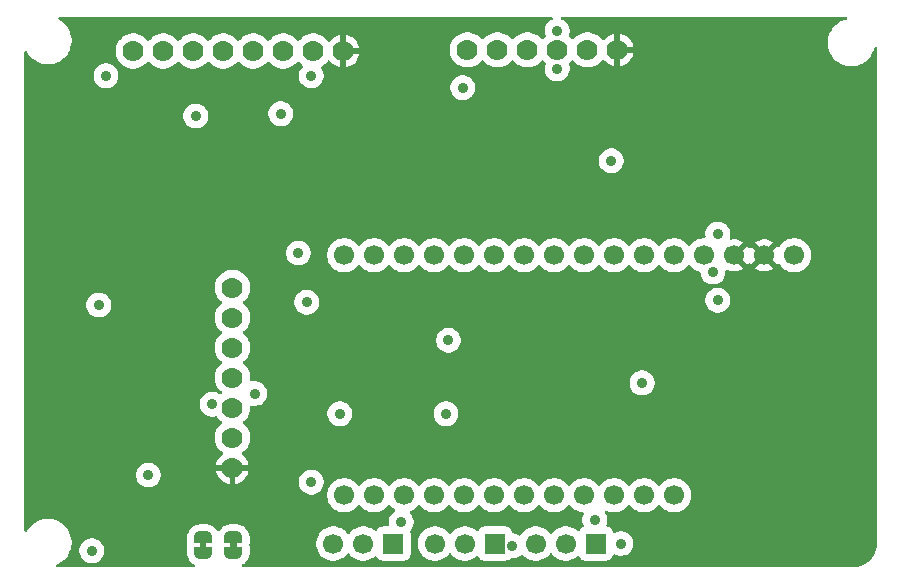
<source format=gbr>
%TF.GenerationSoftware,KiCad,Pcbnew,9.0.7*%
%TF.CreationDate,2026-02-04T13:12:14-08:00*%
%TF.ProjectId,BasicDatalogger,42617369-6344-4617-9461-6c6f67676572,rev?*%
%TF.SameCoordinates,Original*%
%TF.FileFunction,Copper,L1,Top*%
%TF.FilePolarity,Positive*%
%FSLAX46Y46*%
G04 Gerber Fmt 4.6, Leading zero omitted, Abs format (unit mm)*
G04 Created by KiCad (PCBNEW 9.0.7) date 2026-02-04 13:12:14*
%MOMM*%
%LPD*%
G01*
G04 APERTURE LIST*
G04 Aperture macros list*
%AMFreePoly0*
4,1,23,0.500000,-0.750000,0.000000,-0.750000,0.000000,-0.745722,-0.065263,-0.745722,-0.191342,-0.711940,-0.304381,-0.646677,-0.396677,-0.554381,-0.461940,-0.441342,-0.495722,-0.315263,-0.495722,-0.250000,-0.500000,-0.250000,-0.500000,0.250000,-0.495722,0.250000,-0.495722,0.315263,-0.461940,0.441342,-0.396677,0.554381,-0.304381,0.646677,-0.191342,0.711940,-0.065263,0.745722,0.000000,0.745722,
0.000000,0.750000,0.500000,0.750000,0.500000,-0.750000,0.500000,-0.750000,$1*%
%AMFreePoly1*
4,1,23,0.000000,0.745722,0.065263,0.745722,0.191342,0.711940,0.304381,0.646677,0.396677,0.554381,0.461940,0.441342,0.495722,0.315263,0.495722,0.250000,0.500000,0.250000,0.500000,-0.250000,0.495722,-0.250000,0.495722,-0.315263,0.461940,-0.441342,0.396677,-0.554381,0.304381,-0.646677,0.191342,-0.711940,0.065263,-0.745722,0.000000,-0.745722,0.000000,-0.750000,-0.500000,-0.750000,
-0.500000,0.750000,0.000000,0.750000,0.000000,0.745722,0.000000,0.745722,$1*%
G04 Aperture macros list end*
%TA.AperFunction,ComponentPad*%
%ADD10R,1.700000X1.700000*%
%TD*%
%TA.AperFunction,ComponentPad*%
%ADD11C,1.700000*%
%TD*%
%TA.AperFunction,SMDPad,CuDef*%
%ADD12FreePoly0,90.000000*%
%TD*%
%TA.AperFunction,SMDPad,CuDef*%
%ADD13FreePoly1,90.000000*%
%TD*%
%TA.AperFunction,ComponentPad*%
%ADD14C,1.778000*%
%TD*%
%TA.AperFunction,ViaPad*%
%ADD15C,0.900000*%
%TD*%
%TA.AperFunction,Conductor*%
%ADD16C,0.600000*%
%TD*%
%TA.AperFunction,Conductor*%
%ADD17C,0.500000*%
%TD*%
G04 APERTURE END LIST*
D10*
%TO.P,3,1,Pin_1*%
%TO.N,/GND*%
X105140000Y-74400000D03*
D11*
%TO.P,3,2,Pin_2*%
%TO.N,/PWR*%
X102600000Y-74400000D03*
%TO.P,3,3,Pin_3*%
%TO.N,/S1*%
X100060000Y-74400000D03*
%TD*%
D10*
%TO.P,2,1,Pin_1*%
%TO.N,/GND*%
X113740000Y-74400000D03*
D11*
%TO.P,2,2,Pin_2*%
%TO.N,/PWR*%
X111200000Y-74400000D03*
%TO.P,2,3,Pin_3*%
%TO.N,/S2*%
X108660000Y-74400000D03*
%TD*%
D10*
%TO.P,1,1,Pin_1*%
%TO.N,/GND*%
X122280000Y-74400000D03*
D11*
%TO.P,1,2,Pin_2*%
%TO.N,/PWR*%
X119740000Y-74400000D03*
%TO.P,1,3,Pin_3*%
%TO.N,/S3*%
X117200000Y-74400000D03*
%TD*%
D12*
%TO.P,PWR,1,A*%
%TO.N,/PWR*%
X91601578Y-75182415D03*
D13*
%TO.P,PWR,2,B*%
X91601578Y-73882415D03*
%TD*%
D12*
%TO.P,GND,1,A*%
%TO.N,/GND*%
X89039052Y-75182415D03*
D13*
%TO.P,GND,2,B*%
X89039052Y-73882415D03*
%TD*%
D11*
%TO.P,U1,1,RESET*%
%TO.N,unconnected-(U1-RESET-Pad1)*%
X139080000Y-50000000D03*
%TO.P,U1,2,3.3V*%
%TO.N,/3V3*%
X136540000Y-50000000D03*
%TO.P,U1,3,3.3V*%
X134000000Y-50000000D03*
%TO.P,U1,4,GND*%
%TO.N,/GND*%
X131460000Y-50000000D03*
%TO.P,U1,5,A0/GPIO26*%
%TO.N,unconnected-(U1-A0{slash}GPIO26-Pad5)*%
X128920000Y-50000000D03*
%TO.P,U1,6,A1/GPIO27*%
%TO.N,unconnected-(U1-A1{slash}GPIO27-Pad6)*%
X126380000Y-50000000D03*
%TO.P,U1,7,A2/GPIO28*%
%TO.N,unconnected-(U1-A2{slash}GPIO28-Pad7)*%
X123840000Y-50000000D03*
%TO.P,U1,8,A3/GPIO29*%
%TO.N,unconnected-(U1-A3{slash}GPIO29-Pad8)*%
X121300000Y-50000000D03*
%TO.P,U1,9,D24/GPIO24*%
%TO.N,unconnected-(U1-D24{slash}GPIO24-Pad9)*%
X118760000Y-50000000D03*
%TO.P,U1,10,D25/GPIO25*%
%TO.N,unconnected-(U1-D25{slash}GPIO25-Pad10)*%
X116220000Y-50000000D03*
%TO.P,U1,11,SCK/GPIO18*%
%TO.N,/SCK*%
X113680000Y-50000000D03*
%TO.P,U1,12,MOSI/GPIO19*%
%TO.N,/MOSI*%
X111140000Y-50000000D03*
%TO.P,U1,13,MISO/GPIO20*%
%TO.N,/MISO*%
X108600000Y-50000000D03*
%TO.P,U1,14,RX/CS/GPIO1*%
%TO.N,/CS*%
X106060000Y-50000000D03*
%TO.P,U1,15,TX/GPIO0*%
%TO.N,unconnected-(U1-TX{slash}GPIO0-Pad15)*%
X103520000Y-50000000D03*
%TO.P,U1,16,D4/GPIO6*%
%TO.N,unconnected-(U1-D4{slash}GPIO6-Pad16)*%
X100980000Y-50000000D03*
%TO.P,U1,17,SDA/GPIO2*%
%TO.N,/SDA*%
X100980000Y-70320000D03*
%TO.P,U1,18,SCL/GPIO3*%
%TO.N,/SCL*%
X103520000Y-70320000D03*
%TO.P,U1,19,D5/GPIO7*%
%TO.N,/S1*%
X106060000Y-70320000D03*
%TO.P,U1,20,D6/GPIO8*%
%TO.N,/S2*%
X108600000Y-70320000D03*
%TO.P,U1,21,D9/GPIO9*%
%TO.N,/S3*%
X111140000Y-70320000D03*
%TO.P,U1,22,D10/GPIO10*%
%TO.N,unconnected-(U1-D10{slash}GPIO10-Pad22)*%
X113680000Y-70320000D03*
%TO.P,U1,23,D11/GPIO11*%
%TO.N,unconnected-(U1-D11{slash}GPIO11-Pad23)*%
X116220000Y-70320000D03*
%TO.P,U1,24,D12/GPIO12*%
%TO.N,unconnected-(U1-D12{slash}GPIO12-Pad24)*%
X118760000Y-70320000D03*
%TO.P,U1,25,D13/GPIO13*%
%TO.N,unconnected-(U1-D13{slash}GPIO13-Pad25)*%
X121300000Y-70320000D03*
%TO.P,U1,26,Vbus*%
%TO.N,unconnected-(U1-Vbus-Pad26)*%
X123840000Y-70320000D03*
%TO.P,U1,27,ENABLE*%
%TO.N,unconnected-(U1-ENABLE-Pad27)*%
X126380000Y-70320000D03*
%TO.P,U1,28,VBat*%
%TO.N,unconnected-(U1-VBat-Pad28)*%
X128920000Y-70320000D03*
%TD*%
D14*
%TO.P,U2,1,VIN*%
%TO.N,/3V3*%
X100890000Y-32700000D03*
%TO.P,U2,2,3Vo*%
%TO.N,unconnected-(U2-3Vo-Pad2)*%
X98350000Y-32700000D03*
%TO.P,U2,3,GND*%
%TO.N,/GND*%
X95810000Y-32700000D03*
%TO.P,U2,4,SCL*%
%TO.N,/SCL*%
X93270000Y-32700000D03*
%TO.P,U2,5,SDO*%
%TO.N,unconnected-(U2-SDO-Pad5)*%
X90730000Y-32700000D03*
%TO.P,U2,6,SDA*%
%TO.N,/SDA*%
X88190000Y-32700000D03*
%TO.P,U2,7,CS*%
%TO.N,unconnected-(U2-CS-Pad7)*%
X85650000Y-32700000D03*
%TO.P,U2,8,INT*%
%TO.N,unconnected-(U2-INT-Pad8)*%
X83110000Y-32700000D03*
%TD*%
%TO.P,U4,1,VIN*%
%TO.N,/3V3*%
X91513796Y-67972407D03*
%TO.P,U4,2,3V3*%
%TO.N,unconnected-(U4-3V3-Pad2)*%
X91513796Y-65432407D03*
%TO.P,U4,3,GND*%
%TO.N,/GND*%
X91513796Y-62892407D03*
%TO.P,U4,4,SCK*%
%TO.N,/SCK*%
X91513796Y-60352407D03*
%TO.P,U4,5,MISO*%
%TO.N,/MISO*%
X91513796Y-57812407D03*
%TO.P,U4,6,MOSI*%
%TO.N,/MOSI*%
X91513796Y-55272407D03*
%TO.P,U4,7,CS*%
%TO.N,/CS*%
X91513796Y-52732407D03*
%TD*%
%TO.P,U3,1,VIN*%
%TO.N,/3V3*%
X124100000Y-32600000D03*
%TO.P,U3,2,3Vo*%
%TO.N,unconnected-(U3-3Vo-Pad2)*%
X121560000Y-32600000D03*
%TO.P,U3,3,GND*%
%TO.N,/GND*%
X119020000Y-32600000D03*
%TO.P,U3,4,SCL*%
%TO.N,/SCL*%
X116480000Y-32600000D03*
%TO.P,U3,5,SDA*%
%TO.N,/SDA*%
X113940000Y-32600000D03*
%TO.P,U3,6,INT2*%
%TO.N,unconnected-(U3-INT2-Pad6)*%
X111400000Y-32600000D03*
%TD*%
D15*
%TO.N,/GND*%
X122200000Y-72400000D03*
X124400000Y-74400000D03*
X115200000Y-74600000D03*
X105800000Y-72600000D03*
X98200000Y-69200000D03*
%TO.N,/PWR*%
X91601578Y-75182415D03*
%TO.N,/GND*%
X89039052Y-75182415D03*
X95600000Y-38000000D03*
X98200000Y-34800000D03*
X111000000Y-35800000D03*
X132200000Y-51400000D03*
X132600000Y-48200000D03*
X109600000Y-63400000D03*
X100600000Y-63400000D03*
X119000000Y-31000000D03*
X80800000Y-34800000D03*
X109800000Y-57200000D03*
X126200000Y-60800000D03*
X132600000Y-53800000D03*
X93400000Y-61700000D03*
X80200000Y-54200000D03*
X97800000Y-53972407D03*
X79600000Y-75000000D03*
X97100000Y-49800000D03*
X88400000Y-38200000D03*
X123600000Y-42000000D03*
X89800000Y-62600000D03*
X84400000Y-68600000D03*
X119000000Y-34200000D03*
%TD*%
D16*
%TO.N,/PWR*%
X91601578Y-73882415D02*
X91601578Y-75182415D01*
D17*
%TO.N,/GND*%
X89039052Y-75182415D02*
X89039052Y-73882415D01*
%TD*%
%TA.AperFunction,Conductor*%
%TO.N,/3V3*%
G36*
X118594409Y-29820185D02*
G01*
X118640164Y-29872989D01*
X118650108Y-29942147D01*
X118621083Y-30005703D01*
X118574823Y-30039061D01*
X118502403Y-30069058D01*
X118330342Y-30184024D01*
X118184024Y-30330342D01*
X118069058Y-30502403D01*
X117989870Y-30693579D01*
X117989868Y-30693587D01*
X117949500Y-30896530D01*
X117949500Y-31103469D01*
X117989868Y-31306412D01*
X117989871Y-31306424D01*
X118021790Y-31383484D01*
X118023635Y-31400653D01*
X118030392Y-31416549D01*
X118027293Y-31434672D01*
X118029259Y-31452954D01*
X118021481Y-31468671D01*
X118018618Y-31485419D01*
X118000951Y-31510157D01*
X117998756Y-31514594D01*
X117996852Y-31516676D01*
X117883873Y-31629656D01*
X117846230Y-31681466D01*
X117841527Y-31686612D01*
X117817366Y-31701248D01*
X117794987Y-31718506D01*
X117787873Y-31719116D01*
X117781769Y-31722815D01*
X117753528Y-31722066D01*
X117725373Y-31724484D01*
X117719058Y-31721152D01*
X117711923Y-31720963D01*
X117688565Y-31705061D01*
X117663579Y-31691877D01*
X117655495Y-31682548D01*
X117654167Y-31681644D01*
X117653642Y-31680410D01*
X117649683Y-31675841D01*
X117616127Y-31629656D01*
X117450346Y-31463875D01*
X117450344Y-31463873D01*
X117260668Y-31326065D01*
X117248031Y-31319626D01*
X117051774Y-31219627D01*
X116828792Y-31147175D01*
X116597231Y-31110500D01*
X116597226Y-31110500D01*
X116362774Y-31110500D01*
X116362769Y-31110500D01*
X116131207Y-31147175D01*
X115908225Y-31219627D01*
X115699331Y-31326065D01*
X115596671Y-31400653D01*
X115509656Y-31463873D01*
X115509654Y-31463875D01*
X115509653Y-31463875D01*
X115343872Y-31629656D01*
X115310317Y-31675841D01*
X115254987Y-31718506D01*
X115185373Y-31724484D01*
X115123579Y-31691877D01*
X115109683Y-31675841D01*
X115076127Y-31629656D01*
X114910346Y-31463875D01*
X114910344Y-31463873D01*
X114720668Y-31326065D01*
X114708031Y-31319626D01*
X114511774Y-31219627D01*
X114288792Y-31147175D01*
X114057231Y-31110500D01*
X114057226Y-31110500D01*
X113822774Y-31110500D01*
X113822769Y-31110500D01*
X113591207Y-31147175D01*
X113368225Y-31219627D01*
X113159331Y-31326065D01*
X113056671Y-31400653D01*
X112969656Y-31463873D01*
X112969654Y-31463875D01*
X112969653Y-31463875D01*
X112803872Y-31629656D01*
X112770317Y-31675841D01*
X112714987Y-31718506D01*
X112645373Y-31724484D01*
X112583579Y-31691877D01*
X112569683Y-31675841D01*
X112536127Y-31629656D01*
X112370346Y-31463875D01*
X112370344Y-31463873D01*
X112180668Y-31326065D01*
X112168031Y-31319626D01*
X111971774Y-31219627D01*
X111748792Y-31147175D01*
X111517231Y-31110500D01*
X111517226Y-31110500D01*
X111282774Y-31110500D01*
X111282769Y-31110500D01*
X111051207Y-31147175D01*
X110828225Y-31219627D01*
X110619331Y-31326065D01*
X110516671Y-31400653D01*
X110429656Y-31463873D01*
X110429654Y-31463875D01*
X110429653Y-31463875D01*
X110263875Y-31629653D01*
X110263875Y-31629654D01*
X110263873Y-31629656D01*
X110225445Y-31682548D01*
X110126065Y-31819331D01*
X110019627Y-32028225D01*
X109947175Y-32251207D01*
X109910500Y-32482768D01*
X109910500Y-32717231D01*
X109947175Y-32948792D01*
X110019627Y-33171774D01*
X110099228Y-33327998D01*
X110126065Y-33380668D01*
X110263873Y-33570344D01*
X110429656Y-33736127D01*
X110619332Y-33873935D01*
X110718027Y-33924222D01*
X110828225Y-33980372D01*
X110828227Y-33980372D01*
X110828230Y-33980374D01*
X110892874Y-34001378D01*
X111051207Y-34052824D01*
X111282769Y-34089500D01*
X111282774Y-34089500D01*
X111517231Y-34089500D01*
X111748792Y-34052824D01*
X111971770Y-33980374D01*
X112180668Y-33873935D01*
X112370344Y-33736127D01*
X112536127Y-33570344D01*
X112569682Y-33524158D01*
X112625011Y-33481493D01*
X112694625Y-33475514D01*
X112756420Y-33508119D01*
X112770315Y-33524155D01*
X112803873Y-33570344D01*
X112969656Y-33736127D01*
X113159332Y-33873935D01*
X113258027Y-33924222D01*
X113368225Y-33980372D01*
X113368227Y-33980372D01*
X113368230Y-33980374D01*
X113432874Y-34001378D01*
X113591207Y-34052824D01*
X113822769Y-34089500D01*
X113822774Y-34089500D01*
X114057231Y-34089500D01*
X114288792Y-34052824D01*
X114511770Y-33980374D01*
X114720668Y-33873935D01*
X114910344Y-33736127D01*
X115076127Y-33570344D01*
X115109682Y-33524158D01*
X115165011Y-33481493D01*
X115234625Y-33475514D01*
X115296420Y-33508119D01*
X115310315Y-33524155D01*
X115343873Y-33570344D01*
X115509656Y-33736127D01*
X115699332Y-33873935D01*
X115798027Y-33924222D01*
X115908225Y-33980372D01*
X115908227Y-33980372D01*
X115908230Y-33980374D01*
X115972874Y-34001378D01*
X116131207Y-34052824D01*
X116362769Y-34089500D01*
X116362774Y-34089500D01*
X116597231Y-34089500D01*
X116828792Y-34052824D01*
X117051770Y-33980374D01*
X117260668Y-33873935D01*
X117450344Y-33736127D01*
X117616127Y-33570344D01*
X117649682Y-33524158D01*
X117666633Y-33511086D01*
X117680219Y-33494542D01*
X117693750Y-33490175D01*
X117705011Y-33481493D01*
X117726340Y-33479661D01*
X117746713Y-33473088D01*
X117760457Y-33476730D01*
X117774625Y-33475514D01*
X117793557Y-33485503D01*
X117814251Y-33490988D01*
X117828110Y-33503734D01*
X117836420Y-33508119D01*
X117841527Y-33513386D01*
X117846224Y-33518525D01*
X117883873Y-33570344D01*
X117996875Y-33683346D01*
X117998757Y-33685405D01*
X118012934Y-33714389D01*
X118028396Y-33742705D01*
X118028190Y-33745578D01*
X118029457Y-33748168D01*
X118025713Y-33780211D01*
X118023412Y-33812397D01*
X118021791Y-33816515D01*
X117989870Y-33893578D01*
X117989867Y-33893587D01*
X117949500Y-34096530D01*
X117949500Y-34303469D01*
X117989868Y-34506412D01*
X117989870Y-34506420D01*
X118069058Y-34697596D01*
X118184024Y-34869657D01*
X118330342Y-35015975D01*
X118330345Y-35015977D01*
X118502402Y-35130941D01*
X118693580Y-35210130D01*
X118896530Y-35250499D01*
X118896534Y-35250500D01*
X118896535Y-35250500D01*
X119103466Y-35250500D01*
X119103467Y-35250499D01*
X119306420Y-35210130D01*
X119497598Y-35130941D01*
X119669655Y-35015977D01*
X119815977Y-34869655D01*
X119930941Y-34697598D01*
X120010130Y-34506420D01*
X120050500Y-34303465D01*
X120050500Y-34096535D01*
X120010130Y-33893580D01*
X119989924Y-33844801D01*
X119982455Y-33775333D01*
X120013729Y-33712853D01*
X120016804Y-33709667D01*
X120067000Y-33659471D01*
X120156127Y-33570344D01*
X120189682Y-33524158D01*
X120245011Y-33481493D01*
X120314625Y-33475514D01*
X120376420Y-33508119D01*
X120390315Y-33524155D01*
X120423873Y-33570344D01*
X120589656Y-33736127D01*
X120779332Y-33873935D01*
X120878027Y-33924222D01*
X120988225Y-33980372D01*
X120988227Y-33980372D01*
X120988230Y-33980374D01*
X121052874Y-34001378D01*
X121211207Y-34052824D01*
X121442769Y-34089500D01*
X121442774Y-34089500D01*
X121677231Y-34089500D01*
X121908792Y-34052824D01*
X122131770Y-33980374D01*
X122340668Y-33873935D01*
X122530344Y-33736127D01*
X122696127Y-33570344D01*
X122791794Y-33438670D01*
X122847124Y-33396004D01*
X122916737Y-33390025D01*
X122978532Y-33422631D01*
X122992430Y-33438670D01*
X123040524Y-33504866D01*
X123040528Y-33504871D01*
X123195128Y-33659471D01*
X123195133Y-33659475D01*
X123372001Y-33787976D01*
X123566808Y-33887237D01*
X123566811Y-33887238D01*
X123774739Y-33954797D01*
X123849999Y-33966717D01*
X123850000Y-33966717D01*
X123850000Y-33033012D01*
X123907007Y-33065925D01*
X124034174Y-33100000D01*
X124165826Y-33100000D01*
X124292993Y-33065925D01*
X124350000Y-33033012D01*
X124350000Y-33966717D01*
X124425258Y-33954797D01*
X124425261Y-33954797D01*
X124633188Y-33887238D01*
X124633191Y-33887237D01*
X124827998Y-33787976D01*
X125004866Y-33659475D01*
X125004871Y-33659471D01*
X125159471Y-33504871D01*
X125159475Y-33504866D01*
X125287976Y-33327998D01*
X125387237Y-33133191D01*
X125387238Y-33133188D01*
X125454798Y-32925258D01*
X125466718Y-32850000D01*
X124533012Y-32850000D01*
X124565925Y-32792993D01*
X124600000Y-32665826D01*
X124600000Y-32534174D01*
X124565925Y-32407007D01*
X124533012Y-32350000D01*
X125466718Y-32350000D01*
X125454798Y-32274741D01*
X125387238Y-32066811D01*
X125387237Y-32066808D01*
X125287976Y-31872001D01*
X125159475Y-31695133D01*
X125159471Y-31695128D01*
X125004871Y-31540528D01*
X125004866Y-31540524D01*
X124827998Y-31412023D01*
X124633191Y-31312762D01*
X124633188Y-31312761D01*
X124425258Y-31245201D01*
X124350000Y-31233281D01*
X124350000Y-32166988D01*
X124292993Y-32134075D01*
X124165826Y-32100000D01*
X124034174Y-32100000D01*
X123907007Y-32134075D01*
X123850000Y-32166988D01*
X123850000Y-31233281D01*
X123774741Y-31245201D01*
X123566811Y-31312761D01*
X123566808Y-31312762D01*
X123372001Y-31412023D01*
X123195133Y-31540524D01*
X123195128Y-31540528D01*
X123040528Y-31695128D01*
X122992430Y-31761330D01*
X122937100Y-31803995D01*
X122867486Y-31809974D01*
X122805691Y-31777368D01*
X122791794Y-31761330D01*
X122768779Y-31729653D01*
X122696127Y-31629656D01*
X122530344Y-31463873D01*
X122340668Y-31326065D01*
X122328031Y-31319626D01*
X122131774Y-31219627D01*
X121908792Y-31147175D01*
X121677231Y-31110500D01*
X121677226Y-31110500D01*
X121442774Y-31110500D01*
X121442769Y-31110500D01*
X121211207Y-31147175D01*
X120988225Y-31219627D01*
X120779331Y-31326065D01*
X120676671Y-31400653D01*
X120589656Y-31463873D01*
X120589654Y-31463875D01*
X120589653Y-31463875D01*
X120423872Y-31629656D01*
X120390317Y-31675841D01*
X120334987Y-31718506D01*
X120265373Y-31724484D01*
X120203579Y-31691877D01*
X120189683Y-31675841D01*
X120156127Y-31629656D01*
X120016804Y-31490333D01*
X119983319Y-31429010D01*
X119988303Y-31359318D01*
X119989925Y-31355198D01*
X120010128Y-31306425D01*
X120010128Y-31306424D01*
X120010130Y-31306420D01*
X120050500Y-31103465D01*
X120050500Y-30896535D01*
X120010130Y-30693580D01*
X119930941Y-30502402D01*
X119815977Y-30330345D01*
X119815975Y-30330342D01*
X119669657Y-30184024D01*
X119546302Y-30101602D01*
X119497598Y-30069059D01*
X119437764Y-30044275D01*
X119425177Y-30039061D01*
X119370774Y-29995220D01*
X119348709Y-29928926D01*
X119365988Y-29861226D01*
X119417126Y-29813616D01*
X119472630Y-29800500D01*
X143437438Y-29800500D01*
X143504477Y-29820185D01*
X143550232Y-29872989D01*
X143560176Y-29942147D01*
X143531151Y-30005703D01*
X143472373Y-30043477D01*
X143469565Y-30044265D01*
X143339859Y-30079020D01*
X143255581Y-30101602D01*
X143255571Y-30101605D01*
X143013309Y-30201953D01*
X143013299Y-30201958D01*
X142786196Y-30333075D01*
X142578148Y-30492718D01*
X142392718Y-30678148D01*
X142233075Y-30886196D01*
X142101958Y-31113299D01*
X142101953Y-31113309D01*
X142001605Y-31355571D01*
X142001602Y-31355581D01*
X141965496Y-31490333D01*
X141933730Y-31608885D01*
X141899500Y-31868872D01*
X141899500Y-32131127D01*
X141921721Y-32299901D01*
X141933730Y-32391116D01*
X141998831Y-32634076D01*
X142001602Y-32644418D01*
X142001605Y-32644428D01*
X142101953Y-32886690D01*
X142101958Y-32886700D01*
X142233075Y-33113803D01*
X142392718Y-33321851D01*
X142392726Y-33321860D01*
X142578140Y-33507274D01*
X142578148Y-33507281D01*
X142578149Y-33507282D01*
X142619054Y-33538670D01*
X142786196Y-33666924D01*
X143013299Y-33798041D01*
X143013309Y-33798046D01*
X143243949Y-33893580D01*
X143255581Y-33898398D01*
X143508884Y-33966270D01*
X143768880Y-34000500D01*
X143768887Y-34000500D01*
X144031113Y-34000500D01*
X144031120Y-34000500D01*
X144291116Y-33966270D01*
X144544419Y-33898398D01*
X144742102Y-33816515D01*
X144786690Y-33798046D01*
X144786691Y-33798045D01*
X144786697Y-33798043D01*
X145013803Y-33666924D01*
X145221851Y-33507282D01*
X145221855Y-33507277D01*
X145221860Y-33507274D01*
X145407274Y-33321860D01*
X145407277Y-33321855D01*
X145407282Y-33321851D01*
X145566924Y-33113803D01*
X145698043Y-32886697D01*
X145798398Y-32644419D01*
X145855725Y-32430467D01*
X145892090Y-32370808D01*
X145954937Y-32340279D01*
X146024312Y-32348574D01*
X146078190Y-32393059D01*
X146099465Y-32459611D01*
X146099500Y-32462562D01*
X146099500Y-74395933D01*
X146099235Y-74404043D01*
X146082925Y-74652883D01*
X146080807Y-74668964D01*
X146032954Y-74909535D01*
X146028756Y-74925202D01*
X145949909Y-75157479D01*
X145943702Y-75172465D01*
X145835212Y-75392460D01*
X145827102Y-75406507D01*
X145690825Y-75610460D01*
X145680951Y-75623328D01*
X145519218Y-75807749D01*
X145507749Y-75819218D01*
X145323328Y-75980951D01*
X145310460Y-75990825D01*
X145106507Y-76127102D01*
X145092460Y-76135212D01*
X144872465Y-76243702D01*
X144857479Y-76249909D01*
X144625202Y-76328756D01*
X144609535Y-76332954D01*
X144368964Y-76380807D01*
X144352883Y-76382925D01*
X144104043Y-76399235D01*
X144095933Y-76399500D01*
X92417298Y-76399500D01*
X92350259Y-76379815D01*
X92304504Y-76327011D01*
X92294560Y-76257853D01*
X92323585Y-76194297D01*
X92355297Y-76168113D01*
X92461335Y-76106892D01*
X92586738Y-76010667D01*
X92679830Y-75917575D01*
X92776055Y-75792172D01*
X92841881Y-75678158D01*
X92902370Y-75532126D01*
X92935485Y-75408541D01*
X92936064Y-75406613D01*
X92936440Y-75404977D01*
X92936445Y-75404959D01*
X92936446Y-75404956D01*
X92957078Y-75248241D01*
X92957078Y-74682415D01*
X92939460Y-74548593D01*
X92939460Y-74516236D01*
X92957078Y-74382415D01*
X92957078Y-74285837D01*
X98609500Y-74285837D01*
X98609500Y-74514162D01*
X98645215Y-74739660D01*
X98715770Y-74956803D01*
X98790499Y-75103465D01*
X98819421Y-75160228D01*
X98953621Y-75344937D01*
X99115063Y-75506379D01*
X99299772Y-75640579D01*
X99395884Y-75689550D01*
X99503196Y-75744229D01*
X99503198Y-75744229D01*
X99503201Y-75744231D01*
X99564253Y-75764068D01*
X99720339Y-75814784D01*
X99945838Y-75850500D01*
X99945843Y-75850500D01*
X100174162Y-75850500D01*
X100399660Y-75814784D01*
X100421311Y-75807749D01*
X100616799Y-75744231D01*
X100820228Y-75640579D01*
X101004937Y-75506379D01*
X101166379Y-75344937D01*
X101229682Y-75257807D01*
X101285012Y-75215143D01*
X101354626Y-75209164D01*
X101416421Y-75241770D01*
X101430315Y-75257804D01*
X101493621Y-75344937D01*
X101655063Y-75506379D01*
X101839772Y-75640579D01*
X101935884Y-75689550D01*
X102043196Y-75744229D01*
X102043198Y-75744229D01*
X102043201Y-75744231D01*
X102104253Y-75764068D01*
X102260339Y-75814784D01*
X102485838Y-75850500D01*
X102485843Y-75850500D01*
X102714162Y-75850500D01*
X102939660Y-75814784D01*
X102961311Y-75807749D01*
X103156799Y-75744231D01*
X103360228Y-75640579D01*
X103544937Y-75506379D01*
X103556037Y-75495279D01*
X103617359Y-75461792D01*
X103687051Y-75466774D01*
X103742986Y-75508643D01*
X103758281Y-75535501D01*
X103765463Y-75552839D01*
X103765464Y-75552841D01*
X103861718Y-75678282D01*
X103987159Y-75774536D01*
X104133238Y-75835044D01*
X104250639Y-75850500D01*
X106029360Y-75850499D01*
X106029363Y-75850499D01*
X106146753Y-75835046D01*
X106146757Y-75835044D01*
X106146762Y-75835044D01*
X106292841Y-75774536D01*
X106418282Y-75678282D01*
X106514536Y-75552841D01*
X106575044Y-75406762D01*
X106590500Y-75289361D01*
X106590499Y-73510640D01*
X106590499Y-73510636D01*
X106573984Y-73385179D01*
X106576400Y-73384860D01*
X106577770Y-73327355D01*
X106608201Y-73277430D01*
X106615977Y-73269655D01*
X106730941Y-73097598D01*
X106810130Y-72906420D01*
X106850500Y-72703465D01*
X106850500Y-72496535D01*
X106810130Y-72293580D01*
X106730941Y-72102402D01*
X106615977Y-71930345D01*
X106615975Y-71930342D01*
X106558408Y-71872775D01*
X106524923Y-71811452D01*
X106529907Y-71741760D01*
X106571779Y-71685827D01*
X106607769Y-71667164D01*
X106616799Y-71664231D01*
X106820228Y-71560579D01*
X107004937Y-71426379D01*
X107166379Y-71264937D01*
X107229682Y-71177807D01*
X107285012Y-71135143D01*
X107354626Y-71129164D01*
X107416421Y-71161770D01*
X107430315Y-71177804D01*
X107493621Y-71264937D01*
X107655063Y-71426379D01*
X107839772Y-71560579D01*
X107885784Y-71584023D01*
X108043196Y-71664229D01*
X108043198Y-71664229D01*
X108043201Y-71664231D01*
X108153797Y-71700166D01*
X108260339Y-71734784D01*
X108485838Y-71770500D01*
X108485843Y-71770500D01*
X108714162Y-71770500D01*
X108939660Y-71734784D01*
X108994864Y-71716847D01*
X109156799Y-71664231D01*
X109360228Y-71560579D01*
X109544937Y-71426379D01*
X109706379Y-71264937D01*
X109769682Y-71177807D01*
X109825012Y-71135143D01*
X109894626Y-71129164D01*
X109956421Y-71161770D01*
X109970315Y-71177804D01*
X110033621Y-71264937D01*
X110195063Y-71426379D01*
X110379772Y-71560579D01*
X110425784Y-71584023D01*
X110583196Y-71664229D01*
X110583198Y-71664229D01*
X110583201Y-71664231D01*
X110693797Y-71700166D01*
X110800339Y-71734784D01*
X111025838Y-71770500D01*
X111025843Y-71770500D01*
X111254162Y-71770500D01*
X111479660Y-71734784D01*
X111534864Y-71716847D01*
X111696799Y-71664231D01*
X111900228Y-71560579D01*
X112084937Y-71426379D01*
X112246379Y-71264937D01*
X112309682Y-71177807D01*
X112365012Y-71135143D01*
X112434626Y-71129164D01*
X112496421Y-71161770D01*
X112510315Y-71177804D01*
X112573621Y-71264937D01*
X112735063Y-71426379D01*
X112919772Y-71560579D01*
X112965784Y-71584023D01*
X113123196Y-71664229D01*
X113123198Y-71664229D01*
X113123201Y-71664231D01*
X113233797Y-71700166D01*
X113340339Y-71734784D01*
X113565838Y-71770500D01*
X113565843Y-71770500D01*
X113794162Y-71770500D01*
X114019660Y-71734784D01*
X114074864Y-71716847D01*
X114236799Y-71664231D01*
X114440228Y-71560579D01*
X114624937Y-71426379D01*
X114786379Y-71264937D01*
X114849682Y-71177807D01*
X114905012Y-71135143D01*
X114974626Y-71129164D01*
X115036421Y-71161770D01*
X115050315Y-71177804D01*
X115113621Y-71264937D01*
X115275063Y-71426379D01*
X115459772Y-71560579D01*
X115505784Y-71584023D01*
X115663196Y-71664229D01*
X115663198Y-71664229D01*
X115663201Y-71664231D01*
X115773797Y-71700166D01*
X115880339Y-71734784D01*
X116105838Y-71770500D01*
X116105843Y-71770500D01*
X116334162Y-71770500D01*
X116559660Y-71734784D01*
X116614864Y-71716847D01*
X116776799Y-71664231D01*
X116980228Y-71560579D01*
X117164937Y-71426379D01*
X117326379Y-71264937D01*
X117389682Y-71177807D01*
X117445012Y-71135143D01*
X117514626Y-71129164D01*
X117576421Y-71161770D01*
X117590315Y-71177804D01*
X117653621Y-71264937D01*
X117815063Y-71426379D01*
X117999772Y-71560579D01*
X118045784Y-71584023D01*
X118203196Y-71664229D01*
X118203198Y-71664229D01*
X118203201Y-71664231D01*
X118313797Y-71700166D01*
X118420339Y-71734784D01*
X118645838Y-71770500D01*
X118645843Y-71770500D01*
X118874162Y-71770500D01*
X119099660Y-71734784D01*
X119154864Y-71716847D01*
X119316799Y-71664231D01*
X119520228Y-71560579D01*
X119704937Y-71426379D01*
X119866379Y-71264937D01*
X119929682Y-71177807D01*
X119985012Y-71135143D01*
X120054626Y-71129164D01*
X120116421Y-71161770D01*
X120130315Y-71177804D01*
X120193621Y-71264937D01*
X120355063Y-71426379D01*
X120539772Y-71560579D01*
X120585784Y-71584023D01*
X120743196Y-71664229D01*
X120743198Y-71664229D01*
X120743201Y-71664231D01*
X120960340Y-71734784D01*
X121159850Y-71766383D01*
X121222984Y-71796312D01*
X121259916Y-71855623D01*
X121258918Y-71925486D01*
X121255013Y-71936308D01*
X121189871Y-72093575D01*
X121189868Y-72093587D01*
X121149500Y-72296530D01*
X121149500Y-72503469D01*
X121189868Y-72706412D01*
X121189871Y-72706424D01*
X121246032Y-72842009D01*
X121253501Y-72911478D01*
X121222226Y-72973957D01*
X121178924Y-73004022D01*
X121127160Y-73025463D01*
X121001718Y-73121718D01*
X120905463Y-73247160D01*
X120898281Y-73264499D01*
X120854438Y-73318901D01*
X120788143Y-73340964D01*
X120720444Y-73323683D01*
X120696040Y-73304724D01*
X120684938Y-73293622D01*
X120662646Y-73277426D01*
X120500228Y-73159421D01*
X120426232Y-73121718D01*
X120296803Y-73055770D01*
X120079660Y-72985215D01*
X119854162Y-72949500D01*
X119854157Y-72949500D01*
X119625843Y-72949500D01*
X119625838Y-72949500D01*
X119400339Y-72985215D01*
X119183196Y-73055770D01*
X118979771Y-73159421D01*
X118795061Y-73293622D01*
X118633623Y-73455060D01*
X118633616Y-73455069D01*
X118570317Y-73542191D01*
X118514987Y-73584857D01*
X118445373Y-73590835D01*
X118383579Y-73558228D01*
X118369683Y-73542191D01*
X118306383Y-73455069D01*
X118306379Y-73455063D01*
X118144937Y-73293621D01*
X117960228Y-73159421D01*
X117886232Y-73121718D01*
X117756803Y-73055770D01*
X117539660Y-72985215D01*
X117314162Y-72949500D01*
X117314157Y-72949500D01*
X117085843Y-72949500D01*
X117085838Y-72949500D01*
X116860339Y-72985215D01*
X116643196Y-73055770D01*
X116439771Y-73159421D01*
X116255061Y-73293622D01*
X116093623Y-73455060D01*
X116093623Y-73455061D01*
X116093621Y-73455063D01*
X115959421Y-73639772D01*
X115959418Y-73639776D01*
X115959413Y-73639785D01*
X115945138Y-73667801D01*
X115897162Y-73718596D01*
X115829341Y-73735389D01*
X115765765Y-73714606D01*
X115709065Y-73676721D01*
X115697598Y-73669059D01*
X115691101Y-73666368D01*
X115506420Y-73589870D01*
X115506412Y-73589868D01*
X115303469Y-73549500D01*
X115297404Y-73548903D01*
X115297542Y-73547497D01*
X115237322Y-73529815D01*
X115191567Y-73477011D01*
X115181422Y-73441683D01*
X115175046Y-73393246D01*
X115175044Y-73393241D01*
X115175044Y-73393238D01*
X115114536Y-73247159D01*
X115018282Y-73121718D01*
X114892841Y-73025464D01*
X114804676Y-72988945D01*
X114746762Y-72964956D01*
X114746760Y-72964955D01*
X114629370Y-72949501D01*
X114629367Y-72949500D01*
X114629361Y-72949500D01*
X114629354Y-72949500D01*
X112850636Y-72949500D01*
X112733246Y-72964953D01*
X112733237Y-72964956D01*
X112587160Y-73025463D01*
X112461718Y-73121718D01*
X112365463Y-73247160D01*
X112358281Y-73264499D01*
X112314438Y-73318901D01*
X112248143Y-73340964D01*
X112180444Y-73323683D01*
X112156040Y-73304724D01*
X112144938Y-73293622D01*
X112122646Y-73277426D01*
X111960228Y-73159421D01*
X111886232Y-73121718D01*
X111756803Y-73055770D01*
X111539660Y-72985215D01*
X111314162Y-72949500D01*
X111314157Y-72949500D01*
X111085843Y-72949500D01*
X111085838Y-72949500D01*
X110860339Y-72985215D01*
X110643196Y-73055770D01*
X110439771Y-73159421D01*
X110255061Y-73293622D01*
X110093623Y-73455060D01*
X110093616Y-73455069D01*
X110030317Y-73542191D01*
X109974987Y-73584857D01*
X109905373Y-73590835D01*
X109843579Y-73558228D01*
X109829683Y-73542191D01*
X109766383Y-73455069D01*
X109766379Y-73455063D01*
X109604937Y-73293621D01*
X109420228Y-73159421D01*
X109346232Y-73121718D01*
X109216803Y-73055770D01*
X108999660Y-72985215D01*
X108774162Y-72949500D01*
X108774157Y-72949500D01*
X108545843Y-72949500D01*
X108545838Y-72949500D01*
X108320339Y-72985215D01*
X108103196Y-73055770D01*
X107899771Y-73159421D01*
X107715061Y-73293622D01*
X107553622Y-73455061D01*
X107419421Y-73639771D01*
X107315770Y-73843196D01*
X107245215Y-74060339D01*
X107209500Y-74285837D01*
X107209500Y-74514162D01*
X107245215Y-74739660D01*
X107315770Y-74956803D01*
X107390499Y-75103465D01*
X107419421Y-75160228D01*
X107553621Y-75344937D01*
X107715063Y-75506379D01*
X107899772Y-75640579D01*
X107995884Y-75689550D01*
X108103196Y-75744229D01*
X108103198Y-75744229D01*
X108103201Y-75744231D01*
X108164253Y-75764068D01*
X108320339Y-75814784D01*
X108545838Y-75850500D01*
X108545843Y-75850500D01*
X108774162Y-75850500D01*
X108999660Y-75814784D01*
X109021311Y-75807749D01*
X109216799Y-75744231D01*
X109420228Y-75640579D01*
X109604937Y-75506379D01*
X109766379Y-75344937D01*
X109829682Y-75257807D01*
X109885012Y-75215143D01*
X109954626Y-75209164D01*
X110016421Y-75241770D01*
X110030315Y-75257804D01*
X110093621Y-75344937D01*
X110255063Y-75506379D01*
X110439772Y-75640579D01*
X110535884Y-75689550D01*
X110643196Y-75744229D01*
X110643198Y-75744229D01*
X110643201Y-75744231D01*
X110704253Y-75764068D01*
X110860339Y-75814784D01*
X111085838Y-75850500D01*
X111085843Y-75850500D01*
X111314162Y-75850500D01*
X111539660Y-75814784D01*
X111561311Y-75807749D01*
X111756799Y-75744231D01*
X111960228Y-75640579D01*
X112144937Y-75506379D01*
X112156037Y-75495279D01*
X112217359Y-75461792D01*
X112287051Y-75466774D01*
X112342986Y-75508643D01*
X112358281Y-75535501D01*
X112365463Y-75552839D01*
X112365464Y-75552841D01*
X112461718Y-75678282D01*
X112587159Y-75774536D01*
X112733238Y-75835044D01*
X112850639Y-75850500D01*
X114629360Y-75850499D01*
X114629363Y-75850499D01*
X114746753Y-75835046D01*
X114746757Y-75835044D01*
X114746762Y-75835044D01*
X114892841Y-75774536D01*
X115018282Y-75678282D01*
X115018283Y-75678279D01*
X115021093Y-75676124D01*
X115086263Y-75650930D01*
X115096580Y-75650500D01*
X115303466Y-75650500D01*
X115303467Y-75650499D01*
X115506420Y-75610130D01*
X115697598Y-75530941D01*
X115869655Y-75415977D01*
X115929478Y-75356153D01*
X115990799Y-75322670D01*
X116060491Y-75327654D01*
X116104839Y-75356155D01*
X116255063Y-75506379D01*
X116439772Y-75640579D01*
X116535884Y-75689550D01*
X116643196Y-75744229D01*
X116643198Y-75744229D01*
X116643201Y-75744231D01*
X116704253Y-75764068D01*
X116860339Y-75814784D01*
X117085838Y-75850500D01*
X117085843Y-75850500D01*
X117314162Y-75850500D01*
X117539660Y-75814784D01*
X117561311Y-75807749D01*
X117756799Y-75744231D01*
X117960228Y-75640579D01*
X118144937Y-75506379D01*
X118306379Y-75344937D01*
X118369682Y-75257807D01*
X118425012Y-75215143D01*
X118494626Y-75209164D01*
X118556421Y-75241770D01*
X118570315Y-75257804D01*
X118633621Y-75344937D01*
X118795063Y-75506379D01*
X118979772Y-75640579D01*
X119075884Y-75689550D01*
X119183196Y-75744229D01*
X119183198Y-75744229D01*
X119183201Y-75744231D01*
X119244253Y-75764068D01*
X119400339Y-75814784D01*
X119625838Y-75850500D01*
X119625843Y-75850500D01*
X119854162Y-75850500D01*
X120079660Y-75814784D01*
X120101311Y-75807749D01*
X120296799Y-75744231D01*
X120500228Y-75640579D01*
X120684937Y-75506379D01*
X120696037Y-75495279D01*
X120757359Y-75461792D01*
X120827051Y-75466774D01*
X120882986Y-75508643D01*
X120898281Y-75535501D01*
X120905463Y-75552839D01*
X120905464Y-75552841D01*
X121001718Y-75678282D01*
X121127159Y-75774536D01*
X121273238Y-75835044D01*
X121390639Y-75850500D01*
X123169360Y-75850499D01*
X123169363Y-75850499D01*
X123286753Y-75835046D01*
X123286757Y-75835044D01*
X123286762Y-75835044D01*
X123432841Y-75774536D01*
X123558282Y-75678282D01*
X123654536Y-75552841D01*
X123715044Y-75406762D01*
X123715045Y-75406753D01*
X123715936Y-75403429D01*
X123717460Y-75400927D01*
X123718154Y-75399253D01*
X123718415Y-75399361D01*
X123752296Y-75343766D01*
X123815141Y-75313232D01*
X123884517Y-75321522D01*
X123896934Y-75328254D01*
X123897032Y-75328071D01*
X123902400Y-75330940D01*
X123902401Y-75330940D01*
X123902402Y-75330941D01*
X124093580Y-75410130D01*
X124296530Y-75450499D01*
X124296534Y-75450500D01*
X124296535Y-75450500D01*
X124503466Y-75450500D01*
X124503467Y-75450499D01*
X124706420Y-75410130D01*
X124897598Y-75330941D01*
X125069655Y-75215977D01*
X125215977Y-75069655D01*
X125330941Y-74897598D01*
X125410130Y-74706420D01*
X125450500Y-74503465D01*
X125450500Y-74296535D01*
X125410130Y-74093580D01*
X125330941Y-73902402D01*
X125215977Y-73730345D01*
X125215975Y-73730342D01*
X125069657Y-73584024D01*
X124901893Y-73471929D01*
X124897598Y-73469059D01*
X124863823Y-73455069D01*
X124706420Y-73389870D01*
X124706412Y-73389868D01*
X124503469Y-73349500D01*
X124503465Y-73349500D01*
X124296535Y-73349500D01*
X124296530Y-73349500D01*
X124093587Y-73389868D01*
X124093579Y-73389870D01*
X123902400Y-73469059D01*
X123897032Y-73471929D01*
X123896132Y-73470245D01*
X123837897Y-73488465D01*
X123770522Y-73469964D01*
X123723844Y-73417974D01*
X123715941Y-73396584D01*
X123715045Y-73393241D01*
X123715044Y-73393238D01*
X123654536Y-73247159D01*
X123558282Y-73121718D01*
X123432841Y-73025464D01*
X123344676Y-72988945D01*
X123286762Y-72964956D01*
X123272755Y-72963112D01*
X123208859Y-72934844D01*
X123170389Y-72876519D01*
X123169559Y-72806654D01*
X123174374Y-72792742D01*
X123210130Y-72706420D01*
X123250500Y-72503465D01*
X123250500Y-72296535D01*
X123210130Y-72093580D01*
X123130941Y-71902402D01*
X123130940Y-71902400D01*
X123130940Y-71902399D01*
X123075061Y-71818770D01*
X123054183Y-71752093D01*
X123072668Y-71684713D01*
X123124647Y-71638023D01*
X123193617Y-71626847D01*
X123234456Y-71639394D01*
X123250211Y-71647422D01*
X123283196Y-71664229D01*
X123283198Y-71664229D01*
X123283201Y-71664231D01*
X123393797Y-71700166D01*
X123500339Y-71734784D01*
X123725838Y-71770500D01*
X123725843Y-71770500D01*
X123954162Y-71770500D01*
X124179660Y-71734784D01*
X124234864Y-71716847D01*
X124396799Y-71664231D01*
X124600228Y-71560579D01*
X124784937Y-71426379D01*
X124946379Y-71264937D01*
X125009682Y-71177807D01*
X125065012Y-71135143D01*
X125134626Y-71129164D01*
X125196421Y-71161770D01*
X125210315Y-71177804D01*
X125273621Y-71264937D01*
X125435063Y-71426379D01*
X125619772Y-71560579D01*
X125665784Y-71584023D01*
X125823196Y-71664229D01*
X125823198Y-71664229D01*
X125823201Y-71664231D01*
X125933797Y-71700166D01*
X126040339Y-71734784D01*
X126265838Y-71770500D01*
X126265843Y-71770500D01*
X126494162Y-71770500D01*
X126719660Y-71734784D01*
X126774864Y-71716847D01*
X126936799Y-71664231D01*
X127140228Y-71560579D01*
X127324937Y-71426379D01*
X127486379Y-71264937D01*
X127549682Y-71177807D01*
X127605012Y-71135143D01*
X127674626Y-71129164D01*
X127736421Y-71161770D01*
X127750315Y-71177804D01*
X127813621Y-71264937D01*
X127975063Y-71426379D01*
X128159772Y-71560579D01*
X128205784Y-71584023D01*
X128363196Y-71664229D01*
X128363198Y-71664229D01*
X128363201Y-71664231D01*
X128473797Y-71700166D01*
X128580339Y-71734784D01*
X128805838Y-71770500D01*
X128805843Y-71770500D01*
X129034162Y-71770500D01*
X129259660Y-71734784D01*
X129314864Y-71716847D01*
X129476799Y-71664231D01*
X129680228Y-71560579D01*
X129864937Y-71426379D01*
X130026379Y-71264937D01*
X130160579Y-71080228D01*
X130264231Y-70876799D01*
X130334784Y-70659660D01*
X130370500Y-70434162D01*
X130370500Y-70205837D01*
X130334784Y-69980339D01*
X130264229Y-69763196D01*
X130186238Y-69610131D01*
X130160579Y-69559772D01*
X130026379Y-69375063D01*
X129864937Y-69213621D01*
X129680228Y-69079421D01*
X129476803Y-68975770D01*
X129259660Y-68905215D01*
X129034162Y-68869500D01*
X129034157Y-68869500D01*
X128805843Y-68869500D01*
X128805838Y-68869500D01*
X128580339Y-68905215D01*
X128363196Y-68975770D01*
X128159771Y-69079421D01*
X127975061Y-69213622D01*
X127813623Y-69375060D01*
X127813616Y-69375069D01*
X127750317Y-69462191D01*
X127694987Y-69504857D01*
X127625373Y-69510835D01*
X127563579Y-69478228D01*
X127549683Y-69462191D01*
X127486383Y-69375069D01*
X127486379Y-69375063D01*
X127324937Y-69213621D01*
X127140228Y-69079421D01*
X126936803Y-68975770D01*
X126719660Y-68905215D01*
X126494162Y-68869500D01*
X126494157Y-68869500D01*
X126265843Y-68869500D01*
X126265838Y-68869500D01*
X126040339Y-68905215D01*
X125823196Y-68975770D01*
X125619771Y-69079421D01*
X125435061Y-69213622D01*
X125273623Y-69375060D01*
X125273616Y-69375069D01*
X125210317Y-69462191D01*
X125154987Y-69504857D01*
X125085373Y-69510835D01*
X125023579Y-69478228D01*
X125009683Y-69462191D01*
X124946383Y-69375069D01*
X124946379Y-69375063D01*
X124784937Y-69213621D01*
X124600228Y-69079421D01*
X124396803Y-68975770D01*
X124179660Y-68905215D01*
X123954162Y-68869500D01*
X123954157Y-68869500D01*
X123725843Y-68869500D01*
X123725838Y-68869500D01*
X123500339Y-68905215D01*
X123283196Y-68975770D01*
X123079771Y-69079421D01*
X122895061Y-69213622D01*
X122733623Y-69375060D01*
X122733616Y-69375069D01*
X122670317Y-69462191D01*
X122614987Y-69504857D01*
X122545373Y-69510835D01*
X122483579Y-69478228D01*
X122469683Y-69462191D01*
X122406383Y-69375069D01*
X122406379Y-69375063D01*
X122244937Y-69213621D01*
X122060228Y-69079421D01*
X121856803Y-68975770D01*
X121639660Y-68905215D01*
X121414162Y-68869500D01*
X121414157Y-68869500D01*
X121185843Y-68869500D01*
X121185838Y-68869500D01*
X120960339Y-68905215D01*
X120743196Y-68975770D01*
X120539771Y-69079421D01*
X120355061Y-69213622D01*
X120193623Y-69375060D01*
X120193616Y-69375069D01*
X120130317Y-69462191D01*
X120074987Y-69504857D01*
X120005373Y-69510835D01*
X119943579Y-69478228D01*
X119929683Y-69462191D01*
X119866383Y-69375069D01*
X119866379Y-69375063D01*
X119704937Y-69213621D01*
X119520228Y-69079421D01*
X119316803Y-68975770D01*
X119099660Y-68905215D01*
X118874162Y-68869500D01*
X118874157Y-68869500D01*
X118645843Y-68869500D01*
X118645838Y-68869500D01*
X118420339Y-68905215D01*
X118203196Y-68975770D01*
X117999771Y-69079421D01*
X117815061Y-69213622D01*
X117653623Y-69375060D01*
X117653616Y-69375069D01*
X117590317Y-69462191D01*
X117534987Y-69504857D01*
X117465373Y-69510835D01*
X117403579Y-69478228D01*
X117389683Y-69462191D01*
X117326383Y-69375069D01*
X117326379Y-69375063D01*
X117164937Y-69213621D01*
X116980228Y-69079421D01*
X116776803Y-68975770D01*
X116559660Y-68905215D01*
X116334162Y-68869500D01*
X116334157Y-68869500D01*
X116105843Y-68869500D01*
X116105838Y-68869500D01*
X115880339Y-68905215D01*
X115663196Y-68975770D01*
X115459771Y-69079421D01*
X115275061Y-69213622D01*
X115113623Y-69375060D01*
X115113616Y-69375069D01*
X115050317Y-69462191D01*
X114994987Y-69504857D01*
X114925373Y-69510835D01*
X114863579Y-69478228D01*
X114849683Y-69462191D01*
X114786383Y-69375069D01*
X114786379Y-69375063D01*
X114624937Y-69213621D01*
X114440228Y-69079421D01*
X114236803Y-68975770D01*
X114019660Y-68905215D01*
X113794162Y-68869500D01*
X113794157Y-68869500D01*
X113565843Y-68869500D01*
X113565838Y-68869500D01*
X113340339Y-68905215D01*
X113123196Y-68975770D01*
X112919771Y-69079421D01*
X112735061Y-69213622D01*
X112573623Y-69375060D01*
X112573616Y-69375069D01*
X112510317Y-69462191D01*
X112454987Y-69504857D01*
X112385373Y-69510835D01*
X112323579Y-69478228D01*
X112309683Y-69462191D01*
X112246383Y-69375069D01*
X112246379Y-69375063D01*
X112084937Y-69213621D01*
X111900228Y-69079421D01*
X111696803Y-68975770D01*
X111479660Y-68905215D01*
X111254162Y-68869500D01*
X111254157Y-68869500D01*
X111025843Y-68869500D01*
X111025838Y-68869500D01*
X110800339Y-68905215D01*
X110583196Y-68975770D01*
X110379771Y-69079421D01*
X110195061Y-69213622D01*
X110033623Y-69375060D01*
X110033616Y-69375069D01*
X109970317Y-69462191D01*
X109914987Y-69504857D01*
X109845373Y-69510835D01*
X109783579Y-69478228D01*
X109769683Y-69462191D01*
X109706383Y-69375069D01*
X109706379Y-69375063D01*
X109544937Y-69213621D01*
X109360228Y-69079421D01*
X109156803Y-68975770D01*
X108939660Y-68905215D01*
X108714162Y-68869500D01*
X108714157Y-68869500D01*
X108485843Y-68869500D01*
X108485838Y-68869500D01*
X108260339Y-68905215D01*
X108043196Y-68975770D01*
X107839771Y-69079421D01*
X107655061Y-69213622D01*
X107493623Y-69375060D01*
X107493616Y-69375069D01*
X107430317Y-69462191D01*
X107374987Y-69504857D01*
X107305373Y-69510835D01*
X107243579Y-69478228D01*
X107229683Y-69462191D01*
X107166383Y-69375069D01*
X107166379Y-69375063D01*
X107004937Y-69213621D01*
X106820228Y-69079421D01*
X106616803Y-68975770D01*
X106399660Y-68905215D01*
X106174162Y-68869500D01*
X106174157Y-68869500D01*
X105945843Y-68869500D01*
X105945838Y-68869500D01*
X105720339Y-68905215D01*
X105503196Y-68975770D01*
X105299771Y-69079421D01*
X105115061Y-69213622D01*
X104953623Y-69375060D01*
X104953616Y-69375069D01*
X104890317Y-69462191D01*
X104834987Y-69504857D01*
X104765373Y-69510835D01*
X104703579Y-69478228D01*
X104689683Y-69462191D01*
X104626383Y-69375069D01*
X104626379Y-69375063D01*
X104464937Y-69213621D01*
X104280228Y-69079421D01*
X104076803Y-68975770D01*
X103859660Y-68905215D01*
X103634162Y-68869500D01*
X103634157Y-68869500D01*
X103405843Y-68869500D01*
X103405838Y-68869500D01*
X103180339Y-68905215D01*
X102963196Y-68975770D01*
X102759771Y-69079421D01*
X102575061Y-69213622D01*
X102413623Y-69375060D01*
X102413616Y-69375069D01*
X102350317Y-69462191D01*
X102294987Y-69504857D01*
X102225373Y-69510835D01*
X102163579Y-69478228D01*
X102149683Y-69462191D01*
X102086383Y-69375069D01*
X102086379Y-69375063D01*
X101924937Y-69213621D01*
X101740228Y-69079421D01*
X101536803Y-68975770D01*
X101319660Y-68905215D01*
X101094162Y-68869500D01*
X101094157Y-68869500D01*
X100865843Y-68869500D01*
X100865838Y-68869500D01*
X100640339Y-68905215D01*
X100423196Y-68975770D01*
X100219771Y-69079421D01*
X100035061Y-69213622D01*
X99873622Y-69375061D01*
X99739421Y-69559771D01*
X99635770Y-69763196D01*
X99565215Y-69980339D01*
X99529500Y-70205837D01*
X99529500Y-70434162D01*
X99565215Y-70659660D01*
X99635770Y-70876803D01*
X99739421Y-71080228D01*
X99873621Y-71264937D01*
X100035063Y-71426379D01*
X100219772Y-71560579D01*
X100265784Y-71584023D01*
X100423196Y-71664229D01*
X100423198Y-71664229D01*
X100423201Y-71664231D01*
X100533797Y-71700166D01*
X100640339Y-71734784D01*
X100865838Y-71770500D01*
X100865843Y-71770500D01*
X101094162Y-71770500D01*
X101319660Y-71734784D01*
X101374864Y-71716847D01*
X101536799Y-71664231D01*
X101740228Y-71560579D01*
X101924937Y-71426379D01*
X102086379Y-71264937D01*
X102149682Y-71177807D01*
X102205012Y-71135143D01*
X102274626Y-71129164D01*
X102336421Y-71161770D01*
X102350315Y-71177804D01*
X102413621Y-71264937D01*
X102575063Y-71426379D01*
X102759772Y-71560579D01*
X102805784Y-71584023D01*
X102963196Y-71664229D01*
X102963198Y-71664229D01*
X102963201Y-71664231D01*
X103073797Y-71700166D01*
X103180339Y-71734784D01*
X103405838Y-71770500D01*
X103405843Y-71770500D01*
X103634162Y-71770500D01*
X103859660Y-71734784D01*
X103914864Y-71716847D01*
X104076799Y-71664231D01*
X104280228Y-71560579D01*
X104464937Y-71426379D01*
X104626379Y-71264937D01*
X104689682Y-71177807D01*
X104745012Y-71135143D01*
X104814626Y-71129164D01*
X104876421Y-71161770D01*
X104890315Y-71177804D01*
X104953621Y-71264937D01*
X105115063Y-71426379D01*
X105234874Y-71513428D01*
X105277539Y-71568757D01*
X105283518Y-71638371D01*
X105250912Y-71700166D01*
X105230879Y-71716847D01*
X105130345Y-71784022D01*
X105130341Y-71784025D01*
X104984024Y-71930342D01*
X104869058Y-72102403D01*
X104789870Y-72293579D01*
X104789868Y-72293587D01*
X104749500Y-72496530D01*
X104749500Y-72496534D01*
X104749500Y-72496535D01*
X104749500Y-72703465D01*
X104750087Y-72706416D01*
X104768962Y-72801310D01*
X104762733Y-72870901D01*
X104719870Y-72926078D01*
X104653980Y-72949322D01*
X104647344Y-72949500D01*
X104250636Y-72949500D01*
X104133246Y-72964953D01*
X104133237Y-72964956D01*
X103987160Y-73025463D01*
X103861718Y-73121718D01*
X103765463Y-73247160D01*
X103758281Y-73264499D01*
X103714438Y-73318901D01*
X103648143Y-73340964D01*
X103580444Y-73323683D01*
X103556040Y-73304724D01*
X103544938Y-73293622D01*
X103522646Y-73277426D01*
X103360228Y-73159421D01*
X103286232Y-73121718D01*
X103156803Y-73055770D01*
X102939660Y-72985215D01*
X102714162Y-72949500D01*
X102714157Y-72949500D01*
X102485843Y-72949500D01*
X102485838Y-72949500D01*
X102260339Y-72985215D01*
X102043196Y-73055770D01*
X101839771Y-73159421D01*
X101655061Y-73293622D01*
X101493623Y-73455060D01*
X101493616Y-73455069D01*
X101430317Y-73542191D01*
X101374987Y-73584857D01*
X101305373Y-73590835D01*
X101243579Y-73558228D01*
X101229683Y-73542191D01*
X101166383Y-73455069D01*
X101166379Y-73455063D01*
X101004937Y-73293621D01*
X100820228Y-73159421D01*
X100746232Y-73121718D01*
X100616803Y-73055770D01*
X100399660Y-72985215D01*
X100174162Y-72949500D01*
X100174157Y-72949500D01*
X99945843Y-72949500D01*
X99945838Y-72949500D01*
X99720339Y-72985215D01*
X99503196Y-73055770D01*
X99299771Y-73159421D01*
X99115061Y-73293622D01*
X98953622Y-73455061D01*
X98819421Y-73639771D01*
X98715770Y-73843196D01*
X98645215Y-74060339D01*
X98609500Y-74285837D01*
X92957078Y-74285837D01*
X92957078Y-73816586D01*
X92936445Y-73659871D01*
X92902370Y-73532704D01*
X92841881Y-73386672D01*
X92776055Y-73272658D01*
X92773748Y-73269651D01*
X92679831Y-73147256D01*
X92679825Y-73147249D01*
X92586743Y-73054167D01*
X92586736Y-73054161D01*
X92461342Y-72957943D01*
X92461340Y-72957941D01*
X92461335Y-72957938D01*
X92356823Y-72897598D01*
X92347325Y-72892114D01*
X92347323Y-72892113D01*
X92347321Y-72892112D01*
X92201289Y-72831623D01*
X92201288Y-72831622D01*
X92201284Y-72831621D01*
X92201282Y-72831620D01*
X92077707Y-72798507D01*
X92075789Y-72797931D01*
X92074119Y-72797547D01*
X91917411Y-72776915D01*
X91917404Y-72776915D01*
X91285749Y-72776915D01*
X91285748Y-72776915D01*
X91129041Y-72797547D01*
X91129034Y-72797548D01*
X91001866Y-72831623D01*
X90855830Y-72892114D01*
X90797004Y-72926078D01*
X90741821Y-72957938D01*
X90741818Y-72957939D01*
X90741813Y-72957943D01*
X90616419Y-73054161D01*
X90616412Y-73054167D01*
X90523330Y-73147249D01*
X90523324Y-73147256D01*
X90427099Y-73272659D01*
X90424852Y-73276024D01*
X90424631Y-73275876D01*
X90424630Y-73275878D01*
X90424606Y-73275860D01*
X90423811Y-73275328D01*
X90377133Y-73319835D01*
X90308526Y-73333056D01*
X90243662Y-73307087D01*
X90216390Y-73275614D01*
X90216023Y-73275860D01*
X90216000Y-73275878D01*
X90215998Y-73275876D01*
X90215778Y-73276024D01*
X90213530Y-73272659D01*
X90117305Y-73147256D01*
X90117299Y-73147249D01*
X90024217Y-73054167D01*
X90024210Y-73054161D01*
X89898816Y-72957943D01*
X89898814Y-72957941D01*
X89898809Y-72957938D01*
X89794297Y-72897598D01*
X89784799Y-72892114D01*
X89784797Y-72892113D01*
X89784795Y-72892112D01*
X89638763Y-72831623D01*
X89638762Y-72831622D01*
X89638758Y-72831621D01*
X89638756Y-72831620D01*
X89515181Y-72798507D01*
X89513263Y-72797931D01*
X89511593Y-72797547D01*
X89354885Y-72776915D01*
X89354878Y-72776915D01*
X88723223Y-72776915D01*
X88723222Y-72776915D01*
X88566515Y-72797547D01*
X88566508Y-72797548D01*
X88439340Y-72831623D01*
X88293304Y-72892114D01*
X88234478Y-72926078D01*
X88179295Y-72957938D01*
X88179292Y-72957939D01*
X88179287Y-72957943D01*
X88053893Y-73054161D01*
X88053886Y-73054167D01*
X87960804Y-73147249D01*
X87960798Y-73147256D01*
X87864580Y-73272650D01*
X87864576Y-73272655D01*
X87864575Y-73272658D01*
X87846062Y-73304724D01*
X87798751Y-73386667D01*
X87738258Y-73532708D01*
X87738257Y-73532710D01*
X87705144Y-73656285D01*
X87704569Y-73658198D01*
X87704184Y-73659873D01*
X87683552Y-73816581D01*
X87683552Y-74382416D01*
X87701168Y-74516231D01*
X87701168Y-74548599D01*
X87683553Y-74682407D01*
X87683552Y-74682415D01*
X87683552Y-75248244D01*
X87704185Y-75404959D01*
X87738260Y-75532126D01*
X87797906Y-75676124D01*
X87798751Y-75678162D01*
X87814814Y-75705984D01*
X87864575Y-75792172D01*
X87864578Y-75792177D01*
X87864580Y-75792179D01*
X87960798Y-75917573D01*
X87960804Y-75917580D01*
X88053886Y-76010662D01*
X88053893Y-76010668D01*
X88105802Y-76050499D01*
X88179295Y-76106892D01*
X88285333Y-76168113D01*
X88333548Y-76218681D01*
X88346770Y-76287288D01*
X88320802Y-76352152D01*
X88263888Y-76392680D01*
X88223332Y-76399500D01*
X76697275Y-76399500D01*
X76630236Y-76379815D01*
X76584481Y-76327011D01*
X76574537Y-76257853D01*
X76603562Y-76194297D01*
X76649822Y-76160939D01*
X76775592Y-76108843D01*
X76775593Y-76108842D01*
X76775599Y-76108840D01*
X77002705Y-75977721D01*
X77210753Y-75818079D01*
X77210757Y-75818074D01*
X77210762Y-75818071D01*
X77396176Y-75632657D01*
X77396179Y-75632652D01*
X77396184Y-75632648D01*
X77555826Y-75424600D01*
X77686945Y-75197494D01*
X77787300Y-74955216D01*
X77803025Y-74896530D01*
X78549500Y-74896530D01*
X78549500Y-75103469D01*
X78589868Y-75306412D01*
X78589870Y-75306420D01*
X78654227Y-75461792D01*
X78669059Y-75497598D01*
X78676439Y-75508643D01*
X78784024Y-75669657D01*
X78930342Y-75815975D01*
X78930345Y-75815977D01*
X79102402Y-75930941D01*
X79293580Y-76010130D01*
X79496530Y-76050499D01*
X79496534Y-76050500D01*
X79496535Y-76050500D01*
X79703466Y-76050500D01*
X79703467Y-76050499D01*
X79906420Y-76010130D01*
X80097598Y-75930941D01*
X80269655Y-75815977D01*
X80415977Y-75669655D01*
X80530941Y-75497598D01*
X80610130Y-75306420D01*
X80650500Y-75103465D01*
X80650500Y-74896535D01*
X80610130Y-74693580D01*
X80530941Y-74502402D01*
X80415977Y-74330345D01*
X80415975Y-74330342D01*
X80269657Y-74184024D01*
X80134307Y-74093587D01*
X80097598Y-74069059D01*
X80076546Y-74060339D01*
X79906420Y-73989870D01*
X79906412Y-73989868D01*
X79703469Y-73949500D01*
X79703465Y-73949500D01*
X79496535Y-73949500D01*
X79496530Y-73949500D01*
X79293587Y-73989868D01*
X79293579Y-73989870D01*
X79102403Y-74069058D01*
X78930342Y-74184024D01*
X78784024Y-74330342D01*
X78669058Y-74502403D01*
X78589870Y-74693579D01*
X78589868Y-74693587D01*
X78549500Y-74896530D01*
X77803025Y-74896530D01*
X77855172Y-74701913D01*
X77889402Y-74441917D01*
X77889402Y-74179677D01*
X77855172Y-73919681D01*
X77787300Y-73666378D01*
X77776280Y-73639773D01*
X77686948Y-73424106D01*
X77686943Y-73424096D01*
X77555826Y-73196993D01*
X77396183Y-72988945D01*
X77396176Y-72988937D01*
X77210762Y-72803523D01*
X77210753Y-72803515D01*
X77002705Y-72643872D01*
X76775602Y-72512755D01*
X76775592Y-72512750D01*
X76533330Y-72412402D01*
X76533323Y-72412400D01*
X76533321Y-72412399D01*
X76280018Y-72344527D01*
X76222241Y-72336920D01*
X76020029Y-72310297D01*
X76020022Y-72310297D01*
X75757782Y-72310297D01*
X75757774Y-72310297D01*
X75526674Y-72340723D01*
X75497786Y-72344527D01*
X75244483Y-72412399D01*
X75244473Y-72412402D01*
X75002211Y-72512750D01*
X75002201Y-72512755D01*
X74775098Y-72643872D01*
X74567050Y-72803515D01*
X74381620Y-72988945D01*
X74221977Y-73196993D01*
X74131887Y-73353036D01*
X74081320Y-73401252D01*
X74012713Y-73414475D01*
X73947848Y-73388507D01*
X73907320Y-73331593D01*
X73900500Y-73291036D01*
X73900500Y-68496530D01*
X83349500Y-68496530D01*
X83349500Y-68703469D01*
X83389868Y-68906412D01*
X83389870Y-68906420D01*
X83469058Y-69097596D01*
X83584024Y-69269657D01*
X83730342Y-69415975D01*
X83730345Y-69415977D01*
X83902402Y-69530941D01*
X84093580Y-69610130D01*
X84296530Y-69650499D01*
X84296534Y-69650500D01*
X84296535Y-69650500D01*
X84503466Y-69650500D01*
X84503467Y-69650499D01*
X84706420Y-69610130D01*
X84897598Y-69530941D01*
X85069655Y-69415977D01*
X85215977Y-69269655D01*
X85330941Y-69097598D01*
X85410130Y-68906420D01*
X85450500Y-68703465D01*
X85450500Y-68496535D01*
X85410130Y-68293580D01*
X85399973Y-68269058D01*
X85384953Y-68232796D01*
X85330942Y-68102403D01*
X85215975Y-67930342D01*
X85069657Y-67784024D01*
X84977439Y-67722407D01*
X84897598Y-67669059D01*
X84888764Y-67665400D01*
X84706420Y-67589870D01*
X84706412Y-67589868D01*
X84503469Y-67549500D01*
X84503465Y-67549500D01*
X84296535Y-67549500D01*
X84296530Y-67549500D01*
X84093587Y-67589868D01*
X84093579Y-67589870D01*
X83902403Y-67669058D01*
X83730342Y-67784024D01*
X83584024Y-67930342D01*
X83469058Y-68102403D01*
X83389870Y-68293579D01*
X83389868Y-68293587D01*
X83349500Y-68496530D01*
X73900500Y-68496530D01*
X73900500Y-62496530D01*
X88749500Y-62496530D01*
X88749500Y-62703469D01*
X88789868Y-62906412D01*
X88789870Y-62906420D01*
X88869058Y-63097596D01*
X88984024Y-63269657D01*
X89130342Y-63415975D01*
X89130345Y-63415977D01*
X89302402Y-63530941D01*
X89493580Y-63610130D01*
X89696530Y-63650499D01*
X89696534Y-63650500D01*
X89696535Y-63650500D01*
X89903466Y-63650500D01*
X89903466Y-63650499D01*
X90106398Y-63610134D01*
X90175989Y-63616361D01*
X90231166Y-63659224D01*
X90237149Y-63669025D01*
X90237316Y-63668923D01*
X90239856Y-63673068D01*
X90239860Y-63673074D01*
X90239861Y-63673075D01*
X90377669Y-63862751D01*
X90377671Y-63862753D01*
X90543452Y-64028534D01*
X90589637Y-64062090D01*
X90632302Y-64117420D01*
X90638280Y-64187034D01*
X90605673Y-64248828D01*
X90589637Y-64262724D01*
X90543452Y-64296279D01*
X90377671Y-64462060D01*
X90377671Y-64462061D01*
X90377669Y-64462063D01*
X90318485Y-64543521D01*
X90239861Y-64651738D01*
X90133423Y-64860632D01*
X90060971Y-65083614D01*
X90024296Y-65315175D01*
X90024296Y-65549638D01*
X90060971Y-65781199D01*
X90133423Y-66004181D01*
X90239861Y-66213075D01*
X90377669Y-66402751D01*
X90543452Y-66568534D01*
X90672391Y-66662214D01*
X90675126Y-66664201D01*
X90717791Y-66719531D01*
X90723770Y-66789145D01*
X90691164Y-66850940D01*
X90675126Y-66864837D01*
X90608924Y-66912935D01*
X90454324Y-67067535D01*
X90454320Y-67067540D01*
X90325819Y-67244408D01*
X90226558Y-67439215D01*
X90226557Y-67439218D01*
X90158997Y-67647148D01*
X90147078Y-67722407D01*
X91080784Y-67722407D01*
X91047871Y-67779414D01*
X91013796Y-67906581D01*
X91013796Y-68038233D01*
X91047871Y-68165400D01*
X91080784Y-68222407D01*
X90147078Y-68222407D01*
X90158997Y-68297665D01*
X90226557Y-68505595D01*
X90226558Y-68505598D01*
X90325819Y-68700405D01*
X90454320Y-68877273D01*
X90454324Y-68877278D01*
X90608924Y-69031878D01*
X90608929Y-69031882D01*
X90785797Y-69160383D01*
X90980604Y-69259644D01*
X90980607Y-69259645D01*
X91188535Y-69327204D01*
X91263795Y-69339124D01*
X91263796Y-69339124D01*
X91263796Y-68405419D01*
X91320803Y-68438332D01*
X91447970Y-68472407D01*
X91579622Y-68472407D01*
X91706789Y-68438332D01*
X91763796Y-68405419D01*
X91763796Y-69339124D01*
X91839054Y-69327204D01*
X91839057Y-69327204D01*
X92046984Y-69259645D01*
X92046987Y-69259644D01*
X92241794Y-69160383D01*
X92329681Y-69096530D01*
X97149500Y-69096530D01*
X97149500Y-69303469D01*
X97189868Y-69506412D01*
X97189870Y-69506420D01*
X97269058Y-69697596D01*
X97384024Y-69869657D01*
X97530342Y-70015975D01*
X97530345Y-70015977D01*
X97702402Y-70130941D01*
X97893580Y-70210130D01*
X98096530Y-70250499D01*
X98096534Y-70250500D01*
X98096535Y-70250500D01*
X98303466Y-70250500D01*
X98303467Y-70250499D01*
X98506420Y-70210130D01*
X98697598Y-70130941D01*
X98869655Y-70015977D01*
X99015977Y-69869655D01*
X99130941Y-69697598D01*
X99210130Y-69506420D01*
X99250500Y-69303465D01*
X99250500Y-69096535D01*
X99210130Y-68893580D01*
X99130941Y-68702402D01*
X99015977Y-68530345D01*
X99015975Y-68530342D01*
X98869657Y-68384024D01*
X98734307Y-68293587D01*
X98697598Y-68269059D01*
X98506420Y-68189870D01*
X98506412Y-68189868D01*
X98303469Y-68149500D01*
X98303465Y-68149500D01*
X98096535Y-68149500D01*
X98096530Y-68149500D01*
X97893587Y-68189868D01*
X97893579Y-68189870D01*
X97702403Y-68269058D01*
X97530342Y-68384024D01*
X97384024Y-68530342D01*
X97269058Y-68702403D01*
X97189870Y-68893579D01*
X97189868Y-68893587D01*
X97149500Y-69096530D01*
X92329681Y-69096530D01*
X92418662Y-69031882D01*
X92418667Y-69031878D01*
X92447784Y-69002762D01*
X92573267Y-68877278D01*
X92573271Y-68877273D01*
X92701772Y-68700405D01*
X92801033Y-68505598D01*
X92801034Y-68505595D01*
X92868594Y-68297665D01*
X92880514Y-68222407D01*
X91946808Y-68222407D01*
X91979721Y-68165400D01*
X92013796Y-68038233D01*
X92013796Y-67906581D01*
X91979721Y-67779414D01*
X91946808Y-67722407D01*
X92880514Y-67722407D01*
X92868594Y-67647148D01*
X92801034Y-67439218D01*
X92801033Y-67439215D01*
X92701772Y-67244408D01*
X92573271Y-67067540D01*
X92573267Y-67067535D01*
X92418667Y-66912935D01*
X92418662Y-66912931D01*
X92352466Y-66864837D01*
X92309800Y-66809508D01*
X92303821Y-66739894D01*
X92336426Y-66678099D01*
X92352466Y-66664201D01*
X92354946Y-66662398D01*
X92484140Y-66568534D01*
X92649923Y-66402751D01*
X92787731Y-66213075D01*
X92894170Y-66004177D01*
X92966620Y-65781199D01*
X93003296Y-65549638D01*
X93003296Y-65315175D01*
X92966620Y-65083614D01*
X92894168Y-64860632D01*
X92787730Y-64651738D01*
X92649923Y-64462063D01*
X92484140Y-64296280D01*
X92437954Y-64262724D01*
X92395289Y-64207396D01*
X92389310Y-64137782D01*
X92421915Y-64075987D01*
X92437954Y-64062090D01*
X92484140Y-64028534D01*
X92649923Y-63862751D01*
X92787731Y-63673075D01*
X92894170Y-63464177D01*
X92927429Y-63361814D01*
X92948642Y-63296530D01*
X99549500Y-63296530D01*
X99549500Y-63503469D01*
X99589868Y-63706412D01*
X99589870Y-63706420D01*
X99669058Y-63897596D01*
X99784024Y-64069657D01*
X99930342Y-64215975D01*
X99930345Y-64215977D01*
X100102402Y-64330941D01*
X100293580Y-64410130D01*
X100496530Y-64450499D01*
X100496534Y-64450500D01*
X100496535Y-64450500D01*
X100703466Y-64450500D01*
X100703467Y-64450499D01*
X100906420Y-64410130D01*
X101097598Y-64330941D01*
X101269655Y-64215977D01*
X101415977Y-64069655D01*
X101530941Y-63897598D01*
X101610130Y-63706420D01*
X101650500Y-63503465D01*
X101650500Y-63296535D01*
X101650499Y-63296530D01*
X108549500Y-63296530D01*
X108549500Y-63503469D01*
X108589868Y-63706412D01*
X108589870Y-63706420D01*
X108669058Y-63897596D01*
X108784024Y-64069657D01*
X108930342Y-64215975D01*
X108930345Y-64215977D01*
X109102402Y-64330941D01*
X109293580Y-64410130D01*
X109496530Y-64450499D01*
X109496534Y-64450500D01*
X109496535Y-64450500D01*
X109703466Y-64450500D01*
X109703467Y-64450499D01*
X109906420Y-64410130D01*
X110097598Y-64330941D01*
X110269655Y-64215977D01*
X110415977Y-64069655D01*
X110530941Y-63897598D01*
X110610130Y-63706420D01*
X110650500Y-63503465D01*
X110650500Y-63296535D01*
X110610130Y-63093580D01*
X110530941Y-62902402D01*
X110415977Y-62730345D01*
X110415975Y-62730342D01*
X110269657Y-62584024D01*
X110138719Y-62496535D01*
X110097598Y-62469059D01*
X109906420Y-62389870D01*
X109906412Y-62389868D01*
X109703469Y-62349500D01*
X109703465Y-62349500D01*
X109496535Y-62349500D01*
X109496530Y-62349500D01*
X109293587Y-62389868D01*
X109293579Y-62389870D01*
X109102403Y-62469058D01*
X108930342Y-62584024D01*
X108784024Y-62730342D01*
X108669058Y-62902403D01*
X108589870Y-63093579D01*
X108589868Y-63093587D01*
X108549500Y-63296530D01*
X101650499Y-63296530D01*
X101610130Y-63093580D01*
X101530941Y-62902402D01*
X101415977Y-62730345D01*
X101415975Y-62730342D01*
X101269657Y-62584024D01*
X101138719Y-62496535D01*
X101097598Y-62469059D01*
X100906420Y-62389870D01*
X100906412Y-62389868D01*
X100703469Y-62349500D01*
X100703465Y-62349500D01*
X100496535Y-62349500D01*
X100496530Y-62349500D01*
X100293587Y-62389868D01*
X100293579Y-62389870D01*
X100102403Y-62469058D01*
X99930342Y-62584024D01*
X99784024Y-62730342D01*
X99669058Y-62902403D01*
X99589870Y-63093579D01*
X99589868Y-63093587D01*
X99549500Y-63296530D01*
X92948642Y-63296530D01*
X92963071Y-63252124D01*
X92963071Y-63252123D01*
X92966618Y-63241204D01*
X92966620Y-63241199D01*
X92990000Y-63093580D01*
X93003296Y-63009638D01*
X93003296Y-62843265D01*
X93022981Y-62776226D01*
X93075785Y-62730471D01*
X93144943Y-62720527D01*
X93151468Y-62721644D01*
X93296533Y-62750499D01*
X93296534Y-62750500D01*
X93296535Y-62750500D01*
X93503466Y-62750500D01*
X93503467Y-62750499D01*
X93706420Y-62710130D01*
X93897598Y-62630941D01*
X94069655Y-62515977D01*
X94215977Y-62369655D01*
X94330941Y-62197598D01*
X94410130Y-62006420D01*
X94450500Y-61803465D01*
X94450500Y-61596535D01*
X94410130Y-61393580D01*
X94330941Y-61202402D01*
X94215977Y-61030345D01*
X94215975Y-61030342D01*
X94069657Y-60884024D01*
X94010255Y-60844333D01*
X93897598Y-60769059D01*
X93897599Y-60769059D01*
X93897597Y-60769058D01*
X93722499Y-60696530D01*
X125149500Y-60696530D01*
X125149500Y-60903469D01*
X125189868Y-61106412D01*
X125189870Y-61106420D01*
X125269058Y-61297596D01*
X125384024Y-61469657D01*
X125530342Y-61615975D01*
X125530345Y-61615977D01*
X125702402Y-61730941D01*
X125893580Y-61810130D01*
X126096530Y-61850499D01*
X126096534Y-61850500D01*
X126096535Y-61850500D01*
X126303466Y-61850500D01*
X126303467Y-61850499D01*
X126506420Y-61810130D01*
X126697598Y-61730941D01*
X126869655Y-61615977D01*
X127015977Y-61469655D01*
X127130941Y-61297598D01*
X127210130Y-61106420D01*
X127250500Y-60903465D01*
X127250500Y-60696535D01*
X127210130Y-60493580D01*
X127130941Y-60302402D01*
X127015977Y-60130345D01*
X127015975Y-60130342D01*
X126869657Y-59984024D01*
X126783626Y-59926541D01*
X126697598Y-59869059D01*
X126506420Y-59789870D01*
X126506412Y-59789868D01*
X126303469Y-59749500D01*
X126303465Y-59749500D01*
X126096535Y-59749500D01*
X126096530Y-59749500D01*
X125893587Y-59789868D01*
X125893579Y-59789870D01*
X125702403Y-59869058D01*
X125530342Y-59984024D01*
X125384024Y-60130342D01*
X125269058Y-60302403D01*
X125189870Y-60493579D01*
X125189868Y-60493587D01*
X125149500Y-60696530D01*
X93722499Y-60696530D01*
X93706420Y-60689870D01*
X93706412Y-60689868D01*
X93503469Y-60649500D01*
X93503465Y-60649500D01*
X93296535Y-60649500D01*
X93260925Y-60656583D01*
X93138838Y-60680867D01*
X93069247Y-60674638D01*
X93014070Y-60631775D01*
X92990826Y-60565885D01*
X92992175Y-60539850D01*
X93003296Y-60469637D01*
X93003296Y-60235175D01*
X92966620Y-60003614D01*
X92894168Y-59780632D01*
X92787730Y-59571738D01*
X92649923Y-59382063D01*
X92484140Y-59216280D01*
X92437954Y-59182724D01*
X92395289Y-59127396D01*
X92389310Y-59057782D01*
X92421915Y-58995987D01*
X92437954Y-58982090D01*
X92484140Y-58948534D01*
X92649923Y-58782751D01*
X92787731Y-58593075D01*
X92894170Y-58384177D01*
X92966620Y-58161199D01*
X92989621Y-58015975D01*
X93003296Y-57929638D01*
X93003296Y-57695175D01*
X92966620Y-57463614D01*
X92894168Y-57240632D01*
X92846326Y-57146738D01*
X92820746Y-57096534D01*
X92820744Y-57096530D01*
X108749500Y-57096530D01*
X108749500Y-57303469D01*
X108789868Y-57506412D01*
X108789870Y-57506420D01*
X108869058Y-57697596D01*
X108984024Y-57869657D01*
X109130342Y-58015975D01*
X109130345Y-58015977D01*
X109302402Y-58130941D01*
X109493580Y-58210130D01*
X109696530Y-58250499D01*
X109696534Y-58250500D01*
X109696535Y-58250500D01*
X109903466Y-58250500D01*
X109903467Y-58250499D01*
X110106420Y-58210130D01*
X110297598Y-58130941D01*
X110469655Y-58015977D01*
X110615977Y-57869655D01*
X110730941Y-57697598D01*
X110810130Y-57506420D01*
X110850500Y-57303465D01*
X110850500Y-57096535D01*
X110810130Y-56893580D01*
X110730941Y-56702402D01*
X110615977Y-56530345D01*
X110615975Y-56530342D01*
X110469657Y-56384024D01*
X110383626Y-56326541D01*
X110297598Y-56269059D01*
X110234085Y-56242751D01*
X110106420Y-56189870D01*
X110106412Y-56189868D01*
X109903469Y-56149500D01*
X109903465Y-56149500D01*
X109696535Y-56149500D01*
X109696530Y-56149500D01*
X109493587Y-56189868D01*
X109493579Y-56189870D01*
X109302403Y-56269058D01*
X109130342Y-56384024D01*
X108984024Y-56530342D01*
X108869058Y-56702403D01*
X108789870Y-56893579D01*
X108789868Y-56893587D01*
X108749500Y-57096530D01*
X92820744Y-57096530D01*
X92787731Y-57031739D01*
X92649923Y-56842063D01*
X92484140Y-56676280D01*
X92437954Y-56642724D01*
X92395289Y-56587396D01*
X92389310Y-56517782D01*
X92421915Y-56455987D01*
X92437954Y-56442090D01*
X92484140Y-56408534D01*
X92649923Y-56242751D01*
X92787731Y-56053075D01*
X92894170Y-55844177D01*
X92966620Y-55621199D01*
X93003296Y-55389638D01*
X93003296Y-55155175D01*
X92966620Y-54923614D01*
X92894168Y-54700632D01*
X92787730Y-54491738D01*
X92771940Y-54470005D01*
X92649923Y-54302063D01*
X92484140Y-54136280D01*
X92437954Y-54102724D01*
X92424684Y-54085516D01*
X92407964Y-54071635D01*
X92403770Y-54058395D01*
X92395289Y-54047396D01*
X92393429Y-54025742D01*
X92386868Y-54005026D01*
X92390498Y-53991620D01*
X92389310Y-53977782D01*
X92399451Y-53958561D01*
X92405132Y-53937586D01*
X92417677Y-53924018D01*
X92421915Y-53915987D01*
X92427676Y-53910430D01*
X92432587Y-53905989D01*
X92483585Y-53868937D01*
X96749500Y-53868937D01*
X96749500Y-54075876D01*
X96761516Y-54136282D01*
X96789870Y-54278827D01*
X96869059Y-54470005D01*
X96883581Y-54491739D01*
X96984024Y-54642064D01*
X97130342Y-54788382D01*
X97130345Y-54788384D01*
X97302402Y-54903348D01*
X97493580Y-54982537D01*
X97696530Y-55022906D01*
X97696534Y-55022907D01*
X97696535Y-55022907D01*
X97903466Y-55022907D01*
X97903467Y-55022906D01*
X98106420Y-54982537D01*
X98297598Y-54903348D01*
X98469655Y-54788384D01*
X98615977Y-54642062D01*
X98730941Y-54470005D01*
X98810130Y-54278827D01*
X98850500Y-54075872D01*
X98850500Y-53868942D01*
X98831408Y-53772958D01*
X98819807Y-53714634D01*
X98816206Y-53696530D01*
X131549500Y-53696530D01*
X131549500Y-53903469D01*
X131589135Y-54102725D01*
X131589870Y-54106420D01*
X131669059Y-54297598D01*
X131672979Y-54303465D01*
X131784024Y-54469657D01*
X131930342Y-54615975D01*
X131930345Y-54615977D01*
X132102402Y-54730941D01*
X132293580Y-54810130D01*
X132496530Y-54850499D01*
X132496534Y-54850500D01*
X132496535Y-54850500D01*
X132703466Y-54850500D01*
X132703467Y-54850499D01*
X132906420Y-54810130D01*
X133097598Y-54730941D01*
X133269655Y-54615977D01*
X133415977Y-54469655D01*
X133530941Y-54297598D01*
X133610130Y-54106420D01*
X133650500Y-53903465D01*
X133650500Y-53696535D01*
X133610130Y-53493580D01*
X133530941Y-53302402D01*
X133415977Y-53130345D01*
X133415975Y-53130342D01*
X133269657Y-52984024D01*
X133176691Y-52921907D01*
X133097598Y-52869059D01*
X132906420Y-52789870D01*
X132906412Y-52789868D01*
X132703469Y-52749500D01*
X132703465Y-52749500D01*
X132496535Y-52749500D01*
X132496530Y-52749500D01*
X132293587Y-52789868D01*
X132293579Y-52789870D01*
X132102403Y-52869058D01*
X131930342Y-52984024D01*
X131784024Y-53130342D01*
X131669058Y-53302403D01*
X131589870Y-53493579D01*
X131589868Y-53493587D01*
X131549500Y-53696530D01*
X98816206Y-53696530D01*
X98810131Y-53665994D01*
X98810130Y-53665987D01*
X98730941Y-53474809D01*
X98615977Y-53302752D01*
X98615975Y-53302749D01*
X98469657Y-53156431D01*
X98357063Y-53081199D01*
X98297598Y-53041466D01*
X98106420Y-52962277D01*
X98106412Y-52962275D01*
X97903469Y-52921907D01*
X97903465Y-52921907D01*
X97696535Y-52921907D01*
X97696530Y-52921907D01*
X97493587Y-52962275D01*
X97493579Y-52962277D01*
X97302403Y-53041465D01*
X97130342Y-53156431D01*
X96984024Y-53302749D01*
X96869058Y-53474810D01*
X96789870Y-53665986D01*
X96789868Y-53665994D01*
X96749500Y-53868937D01*
X92483585Y-53868937D01*
X92484140Y-53868534D01*
X92649923Y-53702751D01*
X92787731Y-53513075D01*
X92894170Y-53304177D01*
X92966620Y-53081199D01*
X92982011Y-52984023D01*
X93003296Y-52849638D01*
X93003296Y-52615175D01*
X92966620Y-52383614D01*
X92894168Y-52160632D01*
X92787730Y-51951738D01*
X92748395Y-51897598D01*
X92649923Y-51762063D01*
X92484140Y-51596280D01*
X92294464Y-51458472D01*
X92250390Y-51436015D01*
X92085570Y-51352034D01*
X91862588Y-51279582D01*
X91631027Y-51242907D01*
X91631022Y-51242907D01*
X91396570Y-51242907D01*
X91396565Y-51242907D01*
X91165003Y-51279582D01*
X90942021Y-51352034D01*
X90733127Y-51458472D01*
X90671199Y-51503466D01*
X90543452Y-51596280D01*
X90543450Y-51596282D01*
X90543449Y-51596282D01*
X90377671Y-51762060D01*
X90377671Y-51762061D01*
X90377669Y-51762063D01*
X90318485Y-51843521D01*
X90239861Y-51951738D01*
X90133423Y-52160632D01*
X90060971Y-52383614D01*
X90024296Y-52615175D01*
X90024296Y-52849638D01*
X90060971Y-53081199D01*
X90133423Y-53304181D01*
X90220363Y-53474809D01*
X90239861Y-53513075D01*
X90377669Y-53702751D01*
X90377671Y-53702753D01*
X90543452Y-53868534D01*
X90589637Y-53902090D01*
X90632302Y-53957420D01*
X90638280Y-54027034D01*
X90605673Y-54088828D01*
X90589637Y-54102724D01*
X90543452Y-54136279D01*
X90377671Y-54302060D01*
X90377671Y-54302061D01*
X90377669Y-54302063D01*
X90318485Y-54383521D01*
X90239861Y-54491738D01*
X90133423Y-54700632D01*
X90060971Y-54923614D01*
X90024296Y-55155175D01*
X90024296Y-55389638D01*
X90060971Y-55621199D01*
X90133423Y-55844181D01*
X90239861Y-56053075D01*
X90377669Y-56242751D01*
X90377671Y-56242753D01*
X90543452Y-56408534D01*
X90589637Y-56442090D01*
X90632302Y-56497420D01*
X90638280Y-56567034D01*
X90605673Y-56628828D01*
X90589637Y-56642724D01*
X90543452Y-56676279D01*
X90377671Y-56842060D01*
X90377671Y-56842061D01*
X90377669Y-56842063D01*
X90340240Y-56893580D01*
X90239861Y-57031738D01*
X90133423Y-57240632D01*
X90060971Y-57463614D01*
X90024296Y-57695175D01*
X90024296Y-57929638D01*
X90060971Y-58161199D01*
X90133423Y-58384181D01*
X90239861Y-58593075D01*
X90377669Y-58782751D01*
X90377671Y-58782753D01*
X90543452Y-58948534D01*
X90589637Y-58982090D01*
X90632302Y-59037420D01*
X90638280Y-59107034D01*
X90605673Y-59168828D01*
X90589637Y-59182724D01*
X90543452Y-59216279D01*
X90377671Y-59382060D01*
X90377671Y-59382061D01*
X90377669Y-59382063D01*
X90318485Y-59463521D01*
X90239861Y-59571738D01*
X90133423Y-59780632D01*
X90060971Y-60003614D01*
X90024296Y-60235175D01*
X90024296Y-60469638D01*
X90060971Y-60701199D01*
X90133423Y-60924181D01*
X90239861Y-61133075D01*
X90377669Y-61322751D01*
X90377671Y-61322753D01*
X90543452Y-61488534D01*
X90589637Y-61522090D01*
X90606817Y-61544370D01*
X90626419Y-61564540D01*
X90627862Y-61571662D01*
X90632302Y-61577420D01*
X90634709Y-61605452D01*
X90640295Y-61633018D01*
X90637658Y-61639791D01*
X90638280Y-61647034D01*
X90625151Y-61671913D01*
X90614946Y-61698127D01*
X90607502Y-61705361D01*
X90605673Y-61708828D01*
X90589636Y-61722725D01*
X90558124Y-61745620D01*
X90492318Y-61769100D01*
X90424264Y-61753275D01*
X90416348Y-61748404D01*
X90297599Y-61669059D01*
X90106420Y-61589870D01*
X90106412Y-61589868D01*
X89903469Y-61549500D01*
X89903465Y-61549500D01*
X89696535Y-61549500D01*
X89696530Y-61549500D01*
X89493587Y-61589868D01*
X89493579Y-61589870D01*
X89302403Y-61669058D01*
X89130342Y-61784024D01*
X88984024Y-61930342D01*
X88869058Y-62102403D01*
X88789870Y-62293579D01*
X88789868Y-62293587D01*
X88749500Y-62496530D01*
X73900500Y-62496530D01*
X73900500Y-54096530D01*
X79149500Y-54096530D01*
X79149500Y-54303469D01*
X79189868Y-54506412D01*
X79189870Y-54506420D01*
X79269059Y-54697598D01*
X79271090Y-54700637D01*
X79384024Y-54869657D01*
X79530342Y-55015975D01*
X79530345Y-55015977D01*
X79702402Y-55130941D01*
X79893580Y-55210130D01*
X80096530Y-55250499D01*
X80096534Y-55250500D01*
X80096535Y-55250500D01*
X80303466Y-55250500D01*
X80303467Y-55250499D01*
X80506420Y-55210130D01*
X80697598Y-55130941D01*
X80869655Y-55015977D01*
X81015977Y-54869655D01*
X81130941Y-54697598D01*
X81210130Y-54506420D01*
X81250500Y-54303465D01*
X81250500Y-54096535D01*
X81210130Y-53893580D01*
X81130941Y-53702402D01*
X81015977Y-53530345D01*
X81015975Y-53530342D01*
X80869657Y-53384024D01*
X80747501Y-53302403D01*
X80697598Y-53269059D01*
X80506420Y-53189870D01*
X80506412Y-53189868D01*
X80303469Y-53149500D01*
X80303465Y-53149500D01*
X80096535Y-53149500D01*
X80096530Y-53149500D01*
X79893587Y-53189868D01*
X79893579Y-53189870D01*
X79702403Y-53269058D01*
X79530342Y-53384024D01*
X79384024Y-53530342D01*
X79269058Y-53702403D01*
X79189870Y-53893579D01*
X79189868Y-53893587D01*
X79149500Y-54096530D01*
X73900500Y-54096530D01*
X73900500Y-49696530D01*
X96049500Y-49696530D01*
X96049500Y-49903469D01*
X96089868Y-50106412D01*
X96089870Y-50106420D01*
X96169058Y-50297596D01*
X96284024Y-50469657D01*
X96430342Y-50615975D01*
X96430345Y-50615977D01*
X96602402Y-50730941D01*
X96793580Y-50810130D01*
X96952646Y-50841770D01*
X96996530Y-50850499D01*
X96996534Y-50850500D01*
X96996535Y-50850500D01*
X97203466Y-50850500D01*
X97203467Y-50850499D01*
X97406420Y-50810130D01*
X97597598Y-50730941D01*
X97769655Y-50615977D01*
X97915977Y-50469655D01*
X98030941Y-50297598D01*
X98110130Y-50106420D01*
X98150500Y-49903465D01*
X98150500Y-49885837D01*
X99529500Y-49885837D01*
X99529500Y-50114162D01*
X99565215Y-50339660D01*
X99635770Y-50556803D01*
X99737408Y-50756277D01*
X99739421Y-50760228D01*
X99873621Y-50944937D01*
X100035063Y-51106379D01*
X100219772Y-51240579D01*
X100274690Y-51268561D01*
X100423196Y-51344229D01*
X100423198Y-51344229D01*
X100423201Y-51344231D01*
X100539592Y-51382049D01*
X100640339Y-51414784D01*
X100865838Y-51450500D01*
X100865843Y-51450500D01*
X101094162Y-51450500D01*
X101319660Y-51414784D01*
X101375695Y-51396577D01*
X101536799Y-51344231D01*
X101740228Y-51240579D01*
X101924937Y-51106379D01*
X102086379Y-50944937D01*
X102149682Y-50857807D01*
X102205012Y-50815143D01*
X102274626Y-50809164D01*
X102336421Y-50841770D01*
X102350315Y-50857804D01*
X102413621Y-50944937D01*
X102575063Y-51106379D01*
X102759772Y-51240579D01*
X102814690Y-51268561D01*
X102963196Y-51344229D01*
X102963198Y-51344229D01*
X102963201Y-51344231D01*
X103079592Y-51382049D01*
X103180339Y-51414784D01*
X103405838Y-51450500D01*
X103405843Y-51450500D01*
X103634162Y-51450500D01*
X103859660Y-51414784D01*
X103915695Y-51396577D01*
X104076799Y-51344231D01*
X104280228Y-51240579D01*
X104464937Y-51106379D01*
X104626379Y-50944937D01*
X104689682Y-50857807D01*
X104745012Y-50815143D01*
X104814626Y-50809164D01*
X104876421Y-50841770D01*
X104890315Y-50857804D01*
X104953621Y-50944937D01*
X105115063Y-51106379D01*
X105299772Y-51240579D01*
X105354690Y-51268561D01*
X105503196Y-51344229D01*
X105503198Y-51344229D01*
X105503201Y-51344231D01*
X105619592Y-51382049D01*
X105720339Y-51414784D01*
X105945838Y-51450500D01*
X105945843Y-51450500D01*
X106174162Y-51450500D01*
X106399660Y-51414784D01*
X106455695Y-51396577D01*
X106616799Y-51344231D01*
X106820228Y-51240579D01*
X107004937Y-51106379D01*
X107166379Y-50944937D01*
X107229682Y-50857807D01*
X107285012Y-50815143D01*
X107354626Y-50809164D01*
X107416421Y-50841770D01*
X107430315Y-50857804D01*
X107493621Y-50944937D01*
X107655063Y-51106379D01*
X107839772Y-51240579D01*
X107894690Y-51268561D01*
X108043196Y-51344229D01*
X108043198Y-51344229D01*
X108043201Y-51344231D01*
X108159592Y-51382049D01*
X108260339Y-51414784D01*
X108485838Y-51450500D01*
X108485843Y-51450500D01*
X108714162Y-51450500D01*
X108939660Y-51414784D01*
X108995695Y-51396577D01*
X109156799Y-51344231D01*
X109360228Y-51240579D01*
X109544937Y-51106379D01*
X109706379Y-50944937D01*
X109769682Y-50857807D01*
X109825012Y-50815143D01*
X109894626Y-50809164D01*
X109956421Y-50841770D01*
X109970315Y-50857804D01*
X110033621Y-50944937D01*
X110195063Y-51106379D01*
X110379772Y-51240579D01*
X110434690Y-51268561D01*
X110583196Y-51344229D01*
X110583198Y-51344229D01*
X110583201Y-51344231D01*
X110699592Y-51382049D01*
X110800339Y-51414784D01*
X111025838Y-51450500D01*
X111025843Y-51450500D01*
X111254162Y-51450500D01*
X111479660Y-51414784D01*
X111535695Y-51396577D01*
X111696799Y-51344231D01*
X111900228Y-51240579D01*
X112084937Y-51106379D01*
X112246379Y-50944937D01*
X112309682Y-50857807D01*
X112365012Y-50815143D01*
X112434626Y-50809164D01*
X112496421Y-50841770D01*
X112510315Y-50857804D01*
X112573621Y-50944937D01*
X112735063Y-51106379D01*
X112919772Y-51240579D01*
X112974690Y-51268561D01*
X113123196Y-51344229D01*
X113123198Y-51344229D01*
X113123201Y-51344231D01*
X113239592Y-51382049D01*
X113340339Y-51414784D01*
X113565838Y-51450500D01*
X113565843Y-51450500D01*
X113794162Y-51450500D01*
X114019660Y-51414784D01*
X114075695Y-51396577D01*
X114236799Y-51344231D01*
X114440228Y-51240579D01*
X114624937Y-51106379D01*
X114786379Y-50944937D01*
X114849682Y-50857807D01*
X114905012Y-50815143D01*
X114974626Y-50809164D01*
X115036421Y-50841770D01*
X115050315Y-50857804D01*
X115113621Y-50944937D01*
X115275063Y-51106379D01*
X115459772Y-51240579D01*
X115514690Y-51268561D01*
X115663196Y-51344229D01*
X115663198Y-51344229D01*
X115663201Y-51344231D01*
X115779592Y-51382049D01*
X115880339Y-51414784D01*
X116105838Y-51450500D01*
X116105843Y-51450500D01*
X116334162Y-51450500D01*
X116559660Y-51414784D01*
X116615695Y-51396577D01*
X116776799Y-51344231D01*
X116980228Y-51240579D01*
X117164937Y-51106379D01*
X117326379Y-50944937D01*
X117389682Y-50857807D01*
X117445012Y-50815143D01*
X117514626Y-50809164D01*
X117576421Y-50841770D01*
X117590315Y-50857804D01*
X117653621Y-50944937D01*
X117815063Y-51106379D01*
X117999772Y-51240579D01*
X118054690Y-51268561D01*
X118203196Y-51344229D01*
X118203198Y-51344229D01*
X118203201Y-51344231D01*
X118319592Y-51382049D01*
X118420339Y-51414784D01*
X118645838Y-51450500D01*
X118645843Y-51450500D01*
X118874162Y-51450500D01*
X119099660Y-51414784D01*
X119155695Y-51396577D01*
X119316799Y-51344231D01*
X119520228Y-51240579D01*
X119704937Y-51106379D01*
X119866379Y-50944937D01*
X119929682Y-50857807D01*
X119985012Y-50815143D01*
X120054626Y-50809164D01*
X120116421Y-50841770D01*
X120130315Y-50857804D01*
X120193621Y-50944937D01*
X120355063Y-51106379D01*
X120539772Y-51240579D01*
X120594690Y-51268561D01*
X120743196Y-51344229D01*
X120743198Y-51344229D01*
X120743201Y-51344231D01*
X120859592Y-51382049D01*
X120960339Y-51414784D01*
X121185838Y-51450500D01*
X121185843Y-51450500D01*
X121414162Y-51450500D01*
X121639660Y-51414784D01*
X121695695Y-51396577D01*
X121856799Y-51344231D01*
X122060228Y-51240579D01*
X122244937Y-51106379D01*
X122406379Y-50944937D01*
X122469682Y-50857807D01*
X122525012Y-50815143D01*
X122594626Y-50809164D01*
X122656421Y-50841770D01*
X122670315Y-50857804D01*
X122733621Y-50944937D01*
X122895063Y-51106379D01*
X123079772Y-51240579D01*
X123134690Y-51268561D01*
X123283196Y-51344229D01*
X123283198Y-51344229D01*
X123283201Y-51344231D01*
X123399592Y-51382049D01*
X123500339Y-51414784D01*
X123725838Y-51450500D01*
X123725843Y-51450500D01*
X123954162Y-51450500D01*
X124179660Y-51414784D01*
X124235695Y-51396577D01*
X124396799Y-51344231D01*
X124600228Y-51240579D01*
X124784937Y-51106379D01*
X124946379Y-50944937D01*
X125009682Y-50857807D01*
X125065012Y-50815143D01*
X125134626Y-50809164D01*
X125196421Y-50841770D01*
X125210315Y-50857804D01*
X125273621Y-50944937D01*
X125435063Y-51106379D01*
X125619772Y-51240579D01*
X125674690Y-51268561D01*
X125823196Y-51344229D01*
X125823198Y-51344229D01*
X125823201Y-51344231D01*
X125939592Y-51382049D01*
X126040339Y-51414784D01*
X126265838Y-51450500D01*
X126265843Y-51450500D01*
X126494162Y-51450500D01*
X126719660Y-51414784D01*
X126775695Y-51396577D01*
X126936799Y-51344231D01*
X127140228Y-51240579D01*
X127324937Y-51106379D01*
X127486379Y-50944937D01*
X127549682Y-50857807D01*
X127605012Y-50815143D01*
X127674626Y-50809164D01*
X127736421Y-50841770D01*
X127750315Y-50857804D01*
X127813621Y-50944937D01*
X127975063Y-51106379D01*
X128159772Y-51240579D01*
X128214690Y-51268561D01*
X128363196Y-51344229D01*
X128363198Y-51344229D01*
X128363201Y-51344231D01*
X128479592Y-51382049D01*
X128580339Y-51414784D01*
X128805838Y-51450500D01*
X128805843Y-51450500D01*
X129034162Y-51450500D01*
X129259660Y-51414784D01*
X129315695Y-51396577D01*
X129476799Y-51344231D01*
X129680228Y-51240579D01*
X129864937Y-51106379D01*
X130026379Y-50944937D01*
X130089682Y-50857807D01*
X130145012Y-50815143D01*
X130214626Y-50809164D01*
X130276421Y-50841770D01*
X130290315Y-50857804D01*
X130353621Y-50944937D01*
X130515063Y-51106379D01*
X130699772Y-51240579D01*
X130903201Y-51344231D01*
X131064305Y-51396577D01*
X131121981Y-51436015D01*
X131147987Y-51497554D01*
X131148311Y-51497490D01*
X131148622Y-51499056D01*
X131149179Y-51500373D01*
X131149389Y-51502345D01*
X131149499Y-51503463D01*
X131189868Y-51706412D01*
X131189870Y-51706420D01*
X131269058Y-51897596D01*
X131384024Y-52069657D01*
X131530342Y-52215975D01*
X131530345Y-52215977D01*
X131702402Y-52330941D01*
X131893580Y-52410130D01*
X132096530Y-52450499D01*
X132096534Y-52450500D01*
X132096535Y-52450500D01*
X132303466Y-52450500D01*
X132303467Y-52450499D01*
X132506420Y-52410130D01*
X132697598Y-52330941D01*
X132869655Y-52215977D01*
X133015977Y-52069655D01*
X133130941Y-51897598D01*
X133210130Y-51706420D01*
X133250500Y-51503465D01*
X133250500Y-51335600D01*
X133270185Y-51268561D01*
X133322989Y-51222806D01*
X133392147Y-51212862D01*
X133430796Y-51225116D01*
X133481780Y-51251094D01*
X133683870Y-51316757D01*
X133893754Y-51350000D01*
X134106246Y-51350000D01*
X134316127Y-51316757D01*
X134316130Y-51316757D01*
X134518217Y-51251095D01*
X134707554Y-51154622D01*
X134761716Y-51115270D01*
X134761717Y-51115270D01*
X134129409Y-50482962D01*
X134192993Y-50465925D01*
X134307007Y-50400099D01*
X134400099Y-50307007D01*
X134465925Y-50192993D01*
X134482962Y-50129408D01*
X135115270Y-50761717D01*
X135115270Y-50761716D01*
X135154622Y-50707554D01*
X135159514Y-50697954D01*
X135207488Y-50647157D01*
X135275308Y-50630361D01*
X135341444Y-50652897D01*
X135380486Y-50697954D01*
X135385375Y-50707550D01*
X135424728Y-50761716D01*
X136057037Y-50129408D01*
X136074075Y-50192993D01*
X136139901Y-50307007D01*
X136232993Y-50400099D01*
X136347007Y-50465925D01*
X136410590Y-50482962D01*
X135778282Y-51115269D01*
X135778282Y-51115270D01*
X135832449Y-51154624D01*
X136021782Y-51251095D01*
X136223870Y-51316757D01*
X136433754Y-51350000D01*
X136646246Y-51350000D01*
X136856127Y-51316757D01*
X136856130Y-51316757D01*
X137058217Y-51251095D01*
X137247554Y-51154622D01*
X137301716Y-51115270D01*
X137301717Y-51115270D01*
X136669408Y-50482962D01*
X136732993Y-50465925D01*
X136847007Y-50400099D01*
X136940099Y-50307007D01*
X137005925Y-50192993D01*
X137022962Y-50129409D01*
X137655270Y-50761717D01*
X137662002Y-50761187D01*
X137702896Y-50729653D01*
X137772509Y-50723672D01*
X137834305Y-50756277D01*
X137848204Y-50772317D01*
X137973621Y-50944937D01*
X138135063Y-51106379D01*
X138319772Y-51240579D01*
X138374690Y-51268561D01*
X138523196Y-51344229D01*
X138523198Y-51344229D01*
X138523201Y-51344231D01*
X138639592Y-51382049D01*
X138740339Y-51414784D01*
X138965838Y-51450500D01*
X138965843Y-51450500D01*
X139194162Y-51450500D01*
X139419660Y-51414784D01*
X139475695Y-51396577D01*
X139636799Y-51344231D01*
X139840228Y-51240579D01*
X140024937Y-51106379D01*
X140186379Y-50944937D01*
X140320579Y-50760228D01*
X140424231Y-50556799D01*
X140494784Y-50339660D01*
X140506695Y-50264457D01*
X140530500Y-50114162D01*
X140530500Y-49885837D01*
X140494784Y-49660339D01*
X140424229Y-49443196D01*
X140352491Y-49302403D01*
X140320579Y-49239772D01*
X140186379Y-49055063D01*
X140024937Y-48893621D01*
X139840228Y-48759421D01*
X139819587Y-48748904D01*
X139636803Y-48655770D01*
X139419660Y-48585215D01*
X139194162Y-48549500D01*
X139194157Y-48549500D01*
X138965843Y-48549500D01*
X138965838Y-48549500D01*
X138740339Y-48585215D01*
X138523196Y-48655770D01*
X138319771Y-48759421D01*
X138135061Y-48893622D01*
X137973622Y-49055061D01*
X137848205Y-49227682D01*
X137792874Y-49270347D01*
X137723261Y-49276326D01*
X137661466Y-49243720D01*
X137656862Y-49238407D01*
X137655269Y-49238282D01*
X137022962Y-49870590D01*
X137005925Y-49807007D01*
X136940099Y-49692993D01*
X136847007Y-49599901D01*
X136732993Y-49534075D01*
X136669409Y-49517037D01*
X137301716Y-48884728D01*
X137247550Y-48845375D01*
X137058217Y-48748904D01*
X136856129Y-48683242D01*
X136646246Y-48650000D01*
X136433754Y-48650000D01*
X136223872Y-48683242D01*
X136223869Y-48683242D01*
X136021782Y-48748904D01*
X135832439Y-48845380D01*
X135778282Y-48884727D01*
X135778282Y-48884728D01*
X136410591Y-49517037D01*
X136347007Y-49534075D01*
X136232993Y-49599901D01*
X136139901Y-49692993D01*
X136074075Y-49807007D01*
X136057037Y-49870591D01*
X135424728Y-49238282D01*
X135424727Y-49238282D01*
X135385380Y-49292440D01*
X135380483Y-49302051D01*
X135332506Y-49352845D01*
X135264684Y-49369638D01*
X135198550Y-49347098D01*
X135159516Y-49302048D01*
X135154626Y-49292452D01*
X135115270Y-49238282D01*
X135115269Y-49238282D01*
X134482962Y-49870590D01*
X134465925Y-49807007D01*
X134400099Y-49692993D01*
X134307007Y-49599901D01*
X134192993Y-49534075D01*
X134129407Y-49517036D01*
X134761716Y-48884728D01*
X134707550Y-48845375D01*
X134518217Y-48748904D01*
X134316129Y-48683242D01*
X134106246Y-48650000D01*
X133893754Y-48650000D01*
X133745259Y-48673519D01*
X133675965Y-48664564D01*
X133622513Y-48619568D01*
X133601874Y-48552816D01*
X133609576Y-48512615D01*
X133608362Y-48512247D01*
X133610124Y-48506432D01*
X133610130Y-48506420D01*
X133650500Y-48303465D01*
X133650500Y-48096535D01*
X133610130Y-47893580D01*
X133530941Y-47702402D01*
X133415977Y-47530345D01*
X133415975Y-47530342D01*
X133269657Y-47384024D01*
X133183626Y-47326541D01*
X133097598Y-47269059D01*
X132906420Y-47189870D01*
X132906412Y-47189868D01*
X132703469Y-47149500D01*
X132703465Y-47149500D01*
X132496535Y-47149500D01*
X132496530Y-47149500D01*
X132293587Y-47189868D01*
X132293579Y-47189870D01*
X132102403Y-47269058D01*
X131930342Y-47384024D01*
X131784024Y-47530342D01*
X131669058Y-47702403D01*
X131589870Y-47893579D01*
X131589868Y-47893587D01*
X131549500Y-48096530D01*
X131549500Y-48303468D01*
X131568962Y-48401309D01*
X131562735Y-48470900D01*
X131519872Y-48526078D01*
X131453982Y-48549322D01*
X131447345Y-48549500D01*
X131345838Y-48549500D01*
X131120339Y-48585215D01*
X130903196Y-48655770D01*
X130699771Y-48759421D01*
X130515061Y-48893622D01*
X130353623Y-49055060D01*
X130353616Y-49055069D01*
X130290317Y-49142191D01*
X130234987Y-49184857D01*
X130165373Y-49190835D01*
X130103579Y-49158228D01*
X130089683Y-49142191D01*
X130026383Y-49055069D01*
X130026379Y-49055063D01*
X129864937Y-48893621D01*
X129680228Y-48759421D01*
X129659587Y-48748904D01*
X129476803Y-48655770D01*
X129259660Y-48585215D01*
X129034162Y-48549500D01*
X129034157Y-48549500D01*
X128805843Y-48549500D01*
X128805838Y-48549500D01*
X128580339Y-48585215D01*
X128363196Y-48655770D01*
X128159771Y-48759421D01*
X127975061Y-48893622D01*
X127813623Y-49055060D01*
X127813616Y-49055069D01*
X127750317Y-49142191D01*
X127694987Y-49184857D01*
X127625373Y-49190835D01*
X127563579Y-49158228D01*
X127549683Y-49142191D01*
X127486383Y-49055069D01*
X127486379Y-49055063D01*
X127324937Y-48893621D01*
X127140228Y-48759421D01*
X127119587Y-48748904D01*
X126936803Y-48655770D01*
X126719660Y-48585215D01*
X126494162Y-48549500D01*
X126494157Y-48549500D01*
X126265843Y-48549500D01*
X126265838Y-48549500D01*
X126040339Y-48585215D01*
X125823196Y-48655770D01*
X125619771Y-48759421D01*
X125435061Y-48893622D01*
X125273623Y-49055060D01*
X125273616Y-49055069D01*
X125210317Y-49142191D01*
X125154987Y-49184857D01*
X125085373Y-49190835D01*
X125023579Y-49158228D01*
X125009683Y-49142191D01*
X124946383Y-49055069D01*
X124946379Y-49055063D01*
X124784937Y-48893621D01*
X124600228Y-48759421D01*
X124579587Y-48748904D01*
X124396803Y-48655770D01*
X124179660Y-48585215D01*
X123954162Y-48549500D01*
X123954157Y-48549500D01*
X123725843Y-48549500D01*
X123725838Y-48549500D01*
X123500339Y-48585215D01*
X123283196Y-48655770D01*
X123079771Y-48759421D01*
X122895061Y-48893622D01*
X122733623Y-49055060D01*
X122733616Y-49055069D01*
X122670317Y-49142191D01*
X122614987Y-49184857D01*
X122545373Y-49190835D01*
X122483579Y-49158228D01*
X122469683Y-49142191D01*
X122406383Y-49055069D01*
X122406379Y-49055063D01*
X122244937Y-48893621D01*
X122060228Y-48759421D01*
X122039587Y-48748904D01*
X121856803Y-48655770D01*
X121639660Y-48585215D01*
X121414162Y-48549500D01*
X121414157Y-48549500D01*
X121185843Y-48549500D01*
X121185838Y-48549500D01*
X120960339Y-48585215D01*
X120743196Y-48655770D01*
X120539771Y-48759421D01*
X120355061Y-48893622D01*
X120193623Y-49055060D01*
X120193616Y-49055069D01*
X120130317Y-49142191D01*
X120074987Y-49184857D01*
X120005373Y-49190835D01*
X119943579Y-49158228D01*
X119929683Y-49142191D01*
X119866383Y-49055069D01*
X119866379Y-49055063D01*
X119704937Y-48893621D01*
X119520228Y-48759421D01*
X119499587Y-48748904D01*
X119316803Y-48655770D01*
X119099660Y-48585215D01*
X118874162Y-48549500D01*
X118874157Y-48549500D01*
X118645843Y-48549500D01*
X118645838Y-48549500D01*
X118420339Y-48585215D01*
X118203196Y-48655770D01*
X117999771Y-48759421D01*
X117815061Y-48893622D01*
X117653623Y-49055060D01*
X117653616Y-49055069D01*
X117590317Y-49142191D01*
X117534987Y-49184857D01*
X117465373Y-49190835D01*
X117403579Y-49158228D01*
X117389683Y-49142191D01*
X117326383Y-49055069D01*
X117326379Y-49055063D01*
X117164937Y-48893621D01*
X116980228Y-48759421D01*
X116959587Y-48748904D01*
X116776803Y-48655770D01*
X116559660Y-48585215D01*
X116334162Y-48549500D01*
X116334157Y-48549500D01*
X116105843Y-48549500D01*
X116105838Y-48549500D01*
X115880339Y-48585215D01*
X115663196Y-48655770D01*
X115459771Y-48759421D01*
X115275061Y-48893622D01*
X115113623Y-49055060D01*
X115113616Y-49055069D01*
X115050317Y-49142191D01*
X114994987Y-49184857D01*
X114925373Y-49190835D01*
X114863579Y-49158228D01*
X114849683Y-49142191D01*
X114786383Y-49055069D01*
X114786379Y-49055063D01*
X114624937Y-48893621D01*
X114440228Y-48759421D01*
X114419587Y-48748904D01*
X114236803Y-48655770D01*
X114019660Y-48585215D01*
X113794162Y-48549500D01*
X113794157Y-48549500D01*
X113565843Y-48549500D01*
X113565838Y-48549500D01*
X113340339Y-48585215D01*
X113123196Y-48655770D01*
X112919771Y-48759421D01*
X112735061Y-48893622D01*
X112573623Y-49055060D01*
X112573616Y-49055069D01*
X112510317Y-49142191D01*
X112454987Y-49184857D01*
X112385373Y-49190835D01*
X112323579Y-49158228D01*
X112309683Y-49142191D01*
X112246383Y-49055069D01*
X112246379Y-49055063D01*
X112084937Y-48893621D01*
X111900228Y-48759421D01*
X111879587Y-48748904D01*
X111696803Y-48655770D01*
X111479660Y-48585215D01*
X111254162Y-48549500D01*
X111254157Y-48549500D01*
X111025843Y-48549500D01*
X111025838Y-48549500D01*
X110800339Y-48585215D01*
X110583196Y-48655770D01*
X110379771Y-48759421D01*
X110195061Y-48893622D01*
X110033623Y-49055060D01*
X110033616Y-49055069D01*
X109970317Y-49142191D01*
X109914987Y-49184857D01*
X109845373Y-49190835D01*
X109783579Y-49158228D01*
X109769683Y-49142191D01*
X109706383Y-49055069D01*
X109706379Y-49055063D01*
X109544937Y-48893621D01*
X109360228Y-48759421D01*
X109339587Y-48748904D01*
X109156803Y-48655770D01*
X108939660Y-48585215D01*
X108714162Y-48549500D01*
X108714157Y-48549500D01*
X108485843Y-48549500D01*
X108485838Y-48549500D01*
X108260339Y-48585215D01*
X108043196Y-48655770D01*
X107839771Y-48759421D01*
X107655061Y-48893622D01*
X107493623Y-49055060D01*
X107493616Y-49055069D01*
X107430317Y-49142191D01*
X107374987Y-49184857D01*
X107305373Y-49190835D01*
X107243579Y-49158228D01*
X107229683Y-49142191D01*
X107166383Y-49055069D01*
X107166379Y-49055063D01*
X107004937Y-48893621D01*
X106820228Y-48759421D01*
X106799587Y-48748904D01*
X106616803Y-48655770D01*
X106399660Y-48585215D01*
X106174162Y-48549500D01*
X106174157Y-48549500D01*
X105945843Y-48549500D01*
X105945838Y-48549500D01*
X105720339Y-48585215D01*
X105503196Y-48655770D01*
X105299771Y-48759421D01*
X105115061Y-48893622D01*
X104953623Y-49055060D01*
X104953616Y-49055069D01*
X104890317Y-49142191D01*
X104834987Y-49184857D01*
X104765373Y-49190835D01*
X104703579Y-49158228D01*
X104689683Y-49142191D01*
X104626383Y-49055069D01*
X104626379Y-49055063D01*
X104464937Y-48893621D01*
X104280228Y-48759421D01*
X104259587Y-48748904D01*
X104076803Y-48655770D01*
X103859660Y-48585215D01*
X103634162Y-48549500D01*
X103634157Y-48549500D01*
X103405843Y-48549500D01*
X103405838Y-48549500D01*
X103180339Y-48585215D01*
X102963196Y-48655770D01*
X102759771Y-48759421D01*
X102575061Y-48893622D01*
X102413623Y-49055060D01*
X102413616Y-49055069D01*
X102350317Y-49142191D01*
X102294987Y-49184857D01*
X102225373Y-49190835D01*
X102163579Y-49158228D01*
X102149683Y-49142191D01*
X102086383Y-49055069D01*
X102086379Y-49055063D01*
X101924937Y-48893621D01*
X101740228Y-48759421D01*
X101719587Y-48748904D01*
X101536803Y-48655770D01*
X101319660Y-48585215D01*
X101094162Y-48549500D01*
X101094157Y-48549500D01*
X100865843Y-48549500D01*
X100865838Y-48549500D01*
X100640339Y-48585215D01*
X100423196Y-48655770D01*
X100219771Y-48759421D01*
X100035061Y-48893622D01*
X99873622Y-49055061D01*
X99739421Y-49239771D01*
X99635770Y-49443196D01*
X99565215Y-49660339D01*
X99529500Y-49885837D01*
X98150500Y-49885837D01*
X98150500Y-49696535D01*
X98110130Y-49493580D01*
X98030941Y-49302402D01*
X97915977Y-49130345D01*
X97915975Y-49130342D01*
X97769657Y-48984024D01*
X97621047Y-48884727D01*
X97597598Y-48869059D01*
X97406420Y-48789870D01*
X97406412Y-48789868D01*
X97203469Y-48749500D01*
X97203465Y-48749500D01*
X96996535Y-48749500D01*
X96996530Y-48749500D01*
X96793587Y-48789868D01*
X96793579Y-48789870D01*
X96602403Y-48869058D01*
X96430342Y-48984024D01*
X96284024Y-49130342D01*
X96169058Y-49302403D01*
X96089870Y-49493579D01*
X96089868Y-49493587D01*
X96049500Y-49696530D01*
X73900500Y-49696530D01*
X73900500Y-41896530D01*
X122549500Y-41896530D01*
X122549500Y-42103469D01*
X122589868Y-42306412D01*
X122589870Y-42306420D01*
X122669058Y-42497596D01*
X122784024Y-42669657D01*
X122930342Y-42815975D01*
X122930345Y-42815977D01*
X123102402Y-42930941D01*
X123293580Y-43010130D01*
X123496530Y-43050499D01*
X123496534Y-43050500D01*
X123496535Y-43050500D01*
X123703466Y-43050500D01*
X123703467Y-43050499D01*
X123906420Y-43010130D01*
X124097598Y-42930941D01*
X124269655Y-42815977D01*
X124415977Y-42669655D01*
X124530941Y-42497598D01*
X124610130Y-42306420D01*
X124650500Y-42103465D01*
X124650500Y-41896535D01*
X124610130Y-41693580D01*
X124530941Y-41502402D01*
X124415977Y-41330345D01*
X124415975Y-41330342D01*
X124269657Y-41184024D01*
X124183626Y-41126541D01*
X124097598Y-41069059D01*
X123906420Y-40989870D01*
X123906412Y-40989868D01*
X123703469Y-40949500D01*
X123703465Y-40949500D01*
X123496535Y-40949500D01*
X123496530Y-40949500D01*
X123293587Y-40989868D01*
X123293579Y-40989870D01*
X123102403Y-41069058D01*
X122930342Y-41184024D01*
X122784024Y-41330342D01*
X122669058Y-41502403D01*
X122589870Y-41693579D01*
X122589868Y-41693587D01*
X122549500Y-41896530D01*
X73900500Y-41896530D01*
X73900500Y-38096530D01*
X87349500Y-38096530D01*
X87349500Y-38303469D01*
X87389868Y-38506412D01*
X87389870Y-38506420D01*
X87469058Y-38697596D01*
X87584024Y-38869657D01*
X87730342Y-39015975D01*
X87730345Y-39015977D01*
X87902402Y-39130941D01*
X88093580Y-39210130D01*
X88296530Y-39250499D01*
X88296534Y-39250500D01*
X88296535Y-39250500D01*
X88503466Y-39250500D01*
X88503467Y-39250499D01*
X88706420Y-39210130D01*
X88897598Y-39130941D01*
X89069655Y-39015977D01*
X89215977Y-38869655D01*
X89330941Y-38697598D01*
X89410130Y-38506420D01*
X89450500Y-38303465D01*
X89450500Y-38096535D01*
X89410717Y-37896530D01*
X94549500Y-37896530D01*
X94549500Y-38103469D01*
X94589282Y-38303465D01*
X94589870Y-38306420D01*
X94669059Y-38497598D01*
X94674954Y-38506420D01*
X94784024Y-38669657D01*
X94930342Y-38815975D01*
X94930345Y-38815977D01*
X95102402Y-38930941D01*
X95293580Y-39010130D01*
X95496530Y-39050499D01*
X95496534Y-39050500D01*
X95496535Y-39050500D01*
X95703466Y-39050500D01*
X95703467Y-39050499D01*
X95906420Y-39010130D01*
X96097598Y-38930941D01*
X96269655Y-38815977D01*
X96415977Y-38669655D01*
X96530941Y-38497598D01*
X96610130Y-38306420D01*
X96650500Y-38103465D01*
X96650500Y-37896535D01*
X96610130Y-37693580D01*
X96530941Y-37502402D01*
X96415977Y-37330345D01*
X96415975Y-37330342D01*
X96269657Y-37184024D01*
X96183626Y-37126541D01*
X96097598Y-37069059D01*
X95906420Y-36989870D01*
X95906412Y-36989868D01*
X95703469Y-36949500D01*
X95703465Y-36949500D01*
X95496535Y-36949500D01*
X95496530Y-36949500D01*
X95293587Y-36989868D01*
X95293579Y-36989870D01*
X95102403Y-37069058D01*
X94930342Y-37184024D01*
X94784024Y-37330342D01*
X94669058Y-37502403D01*
X94589870Y-37693579D01*
X94589868Y-37693587D01*
X94549500Y-37896530D01*
X89410717Y-37896530D01*
X89410130Y-37893580D01*
X89330941Y-37702402D01*
X89215977Y-37530345D01*
X89215975Y-37530342D01*
X89069657Y-37384024D01*
X88983626Y-37326541D01*
X88897598Y-37269059D01*
X88706420Y-37189870D01*
X88706412Y-37189868D01*
X88503469Y-37149500D01*
X88503465Y-37149500D01*
X88296535Y-37149500D01*
X88296530Y-37149500D01*
X88093587Y-37189868D01*
X88093579Y-37189870D01*
X87902403Y-37269058D01*
X87730342Y-37384024D01*
X87584024Y-37530342D01*
X87469058Y-37702403D01*
X87389870Y-37893579D01*
X87389868Y-37893587D01*
X87349500Y-38096530D01*
X73900500Y-38096530D01*
X73900500Y-34696530D01*
X79749500Y-34696530D01*
X79749500Y-34903469D01*
X79789868Y-35106412D01*
X79789870Y-35106420D01*
X79869058Y-35297596D01*
X79984024Y-35469657D01*
X80130342Y-35615975D01*
X80130345Y-35615977D01*
X80302402Y-35730941D01*
X80493580Y-35810130D01*
X80696530Y-35850499D01*
X80696534Y-35850500D01*
X80696535Y-35850500D01*
X80903466Y-35850500D01*
X80903467Y-35850499D01*
X81106420Y-35810130D01*
X81297598Y-35730941D01*
X81469655Y-35615977D01*
X81615977Y-35469655D01*
X81730941Y-35297598D01*
X81810130Y-35106420D01*
X81850500Y-34903465D01*
X81850500Y-34696535D01*
X81810130Y-34493580D01*
X81730941Y-34302402D01*
X81615977Y-34130345D01*
X81615975Y-34130342D01*
X81469657Y-33984024D01*
X81341507Y-33898398D01*
X81297598Y-33869059D01*
X81218086Y-33836124D01*
X81106420Y-33789870D01*
X81106412Y-33789868D01*
X80903469Y-33749500D01*
X80903465Y-33749500D01*
X80696535Y-33749500D01*
X80696530Y-33749500D01*
X80493587Y-33789868D01*
X80493579Y-33789870D01*
X80302403Y-33869058D01*
X80130342Y-33984024D01*
X79984024Y-34130342D01*
X79869058Y-34302403D01*
X79789870Y-34493579D01*
X79789868Y-34493587D01*
X79749500Y-34696530D01*
X73900500Y-34696530D01*
X73900500Y-32800537D01*
X73920185Y-32733498D01*
X73972989Y-32687743D01*
X74042147Y-32677799D01*
X74105703Y-32706824D01*
X74131887Y-32738538D01*
X74233072Y-32913798D01*
X74233074Y-32913802D01*
X74392718Y-33121851D01*
X74392726Y-33121860D01*
X74578140Y-33307274D01*
X74578148Y-33307281D01*
X74578149Y-33307282D01*
X74626554Y-33344424D01*
X74786196Y-33466924D01*
X75013299Y-33598041D01*
X75013309Y-33598046D01*
X75224213Y-33685405D01*
X75255581Y-33698398D01*
X75508884Y-33766270D01*
X75768880Y-33800500D01*
X75768887Y-33800500D01*
X76031113Y-33800500D01*
X76031120Y-33800500D01*
X76291116Y-33766270D01*
X76544419Y-33698398D01*
X76723648Y-33624159D01*
X76786690Y-33598046D01*
X76786691Y-33598045D01*
X76786697Y-33598043D01*
X77013803Y-33466924D01*
X77221851Y-33307282D01*
X77221855Y-33307277D01*
X77221860Y-33307274D01*
X77407274Y-33121860D01*
X77407277Y-33121855D01*
X77407282Y-33121851D01*
X77566924Y-32913803D01*
X77698043Y-32686697D01*
X77741092Y-32582768D01*
X81620500Y-32582768D01*
X81620500Y-32817231D01*
X81657175Y-33048792D01*
X81729627Y-33271774D01*
X81809228Y-33427998D01*
X81836065Y-33480668D01*
X81973873Y-33670344D01*
X82139656Y-33836127D01*
X82329332Y-33973935D01*
X82381467Y-34000499D01*
X82538225Y-34080372D01*
X82538227Y-34080372D01*
X82538230Y-34080374D01*
X82657752Y-34119209D01*
X82761207Y-34152824D01*
X82992769Y-34189500D01*
X82992774Y-34189500D01*
X83227231Y-34189500D01*
X83458792Y-34152824D01*
X83527984Y-34130342D01*
X83681770Y-34080374D01*
X83890668Y-33973935D01*
X84080344Y-33836127D01*
X84246127Y-33670344D01*
X84279682Y-33624158D01*
X84335011Y-33581493D01*
X84404625Y-33575514D01*
X84466420Y-33608119D01*
X84480315Y-33624155D01*
X84513873Y-33670344D01*
X84679656Y-33836127D01*
X84869332Y-33973935D01*
X84921467Y-34000499D01*
X85078225Y-34080372D01*
X85078227Y-34080372D01*
X85078230Y-34080374D01*
X85197752Y-34119209D01*
X85301207Y-34152824D01*
X85532769Y-34189500D01*
X85532774Y-34189500D01*
X85767231Y-34189500D01*
X85998792Y-34152824D01*
X86067984Y-34130342D01*
X86221770Y-34080374D01*
X86430668Y-33973935D01*
X86620344Y-33836127D01*
X86786127Y-33670344D01*
X86819682Y-33624158D01*
X86875011Y-33581493D01*
X86944625Y-33575514D01*
X87006420Y-33608119D01*
X87020315Y-33624155D01*
X87053873Y-33670344D01*
X87219656Y-33836127D01*
X87409332Y-33973935D01*
X87461467Y-34000499D01*
X87618225Y-34080372D01*
X87618227Y-34080372D01*
X87618230Y-34080374D01*
X87737752Y-34119209D01*
X87841207Y-34152824D01*
X88072769Y-34189500D01*
X88072774Y-34189500D01*
X88307231Y-34189500D01*
X88538792Y-34152824D01*
X88607984Y-34130342D01*
X88761770Y-34080374D01*
X88970668Y-33973935D01*
X89160344Y-33836127D01*
X89326127Y-33670344D01*
X89359682Y-33624158D01*
X89415011Y-33581493D01*
X89484625Y-33575514D01*
X89546420Y-33608119D01*
X89560315Y-33624155D01*
X89593873Y-33670344D01*
X89759656Y-33836127D01*
X89949332Y-33973935D01*
X90001467Y-34000499D01*
X90158225Y-34080372D01*
X90158227Y-34080372D01*
X90158230Y-34080374D01*
X90277752Y-34119209D01*
X90381207Y-34152824D01*
X90612769Y-34189500D01*
X90612774Y-34189500D01*
X90847231Y-34189500D01*
X91078792Y-34152824D01*
X91147984Y-34130342D01*
X91301770Y-34080374D01*
X91510668Y-33973935D01*
X91700344Y-33836127D01*
X91866127Y-33670344D01*
X91899682Y-33624158D01*
X91955011Y-33581493D01*
X92024625Y-33575514D01*
X92086420Y-33608119D01*
X92100315Y-33624155D01*
X92133873Y-33670344D01*
X92299656Y-33836127D01*
X92489332Y-33973935D01*
X92541467Y-34000499D01*
X92698225Y-34080372D01*
X92698227Y-34080372D01*
X92698230Y-34080374D01*
X92817752Y-34119209D01*
X92921207Y-34152824D01*
X93152769Y-34189500D01*
X93152774Y-34189500D01*
X93387231Y-34189500D01*
X93618792Y-34152824D01*
X93687984Y-34130342D01*
X93841770Y-34080374D01*
X94050668Y-33973935D01*
X94240344Y-33836127D01*
X94406127Y-33670344D01*
X94439682Y-33624158D01*
X94495011Y-33581493D01*
X94564625Y-33575514D01*
X94626420Y-33608119D01*
X94640315Y-33624155D01*
X94673873Y-33670344D01*
X94839656Y-33836127D01*
X95029332Y-33973935D01*
X95081467Y-34000499D01*
X95238225Y-34080372D01*
X95238227Y-34080372D01*
X95238230Y-34080374D01*
X95357752Y-34119209D01*
X95461207Y-34152824D01*
X95692769Y-34189500D01*
X95692774Y-34189500D01*
X95927231Y-34189500D01*
X96158792Y-34152824D01*
X96227984Y-34130342D01*
X96381770Y-34080374D01*
X96590668Y-33973935D01*
X96780344Y-33836127D01*
X96946127Y-33670344D01*
X96979682Y-33624158D01*
X97035011Y-33581493D01*
X97104625Y-33575514D01*
X97166420Y-33608119D01*
X97180315Y-33624155D01*
X97213873Y-33670344D01*
X97379656Y-33836127D01*
X97435136Y-33876436D01*
X97477802Y-33931765D01*
X97483781Y-34001378D01*
X97451176Y-34063174D01*
X97449932Y-34064435D01*
X97384025Y-34130341D01*
X97384024Y-34130342D01*
X97269058Y-34302403D01*
X97189870Y-34493579D01*
X97189868Y-34493587D01*
X97149500Y-34696530D01*
X97149500Y-34903469D01*
X97189868Y-35106412D01*
X97189870Y-35106420D01*
X97269058Y-35297596D01*
X97384024Y-35469657D01*
X97530342Y-35615975D01*
X97530345Y-35615977D01*
X97702402Y-35730941D01*
X97893580Y-35810130D01*
X98096530Y-35850499D01*
X98096534Y-35850500D01*
X98096535Y-35850500D01*
X98303466Y-35850500D01*
X98303467Y-35850499D01*
X98506420Y-35810130D01*
X98697598Y-35730941D01*
X98749098Y-35696530D01*
X109949500Y-35696530D01*
X109949500Y-35903469D01*
X109989868Y-36106412D01*
X109989870Y-36106420D01*
X110069058Y-36297596D01*
X110184024Y-36469657D01*
X110330342Y-36615975D01*
X110330345Y-36615977D01*
X110502402Y-36730941D01*
X110693580Y-36810130D01*
X110896530Y-36850499D01*
X110896534Y-36850500D01*
X110896535Y-36850500D01*
X111103466Y-36850500D01*
X111103467Y-36850499D01*
X111306420Y-36810130D01*
X111497598Y-36730941D01*
X111669655Y-36615977D01*
X111815977Y-36469655D01*
X111930941Y-36297598D01*
X112010130Y-36106420D01*
X112050500Y-35903465D01*
X112050500Y-35696535D01*
X112010130Y-35493580D01*
X111930941Y-35302402D01*
X111815977Y-35130345D01*
X111815975Y-35130342D01*
X111669657Y-34984024D01*
X111583626Y-34926541D01*
X111497598Y-34869059D01*
X111306420Y-34789870D01*
X111306412Y-34789868D01*
X111103469Y-34749500D01*
X111103465Y-34749500D01*
X110896535Y-34749500D01*
X110896530Y-34749500D01*
X110693587Y-34789868D01*
X110693579Y-34789870D01*
X110502403Y-34869058D01*
X110330342Y-34984024D01*
X110184024Y-35130342D01*
X110069058Y-35302403D01*
X109989870Y-35493579D01*
X109989868Y-35493587D01*
X109949500Y-35696530D01*
X98749098Y-35696530D01*
X98869655Y-35615977D01*
X98869658Y-35615974D01*
X98882871Y-35602762D01*
X99015974Y-35469658D01*
X99015975Y-35469657D01*
X99015977Y-35469655D01*
X99130941Y-35297598D01*
X99210130Y-35106420D01*
X99250500Y-34903465D01*
X99250500Y-34696535D01*
X99210130Y-34493580D01*
X99130941Y-34302402D01*
X99044664Y-34173279D01*
X99023788Y-34106603D01*
X99042273Y-34039223D01*
X99091473Y-33993905D01*
X99130668Y-33973935D01*
X99320344Y-33836127D01*
X99486127Y-33670344D01*
X99581794Y-33538670D01*
X99637124Y-33496004D01*
X99706737Y-33490025D01*
X99768532Y-33522631D01*
X99782430Y-33538670D01*
X99830524Y-33604866D01*
X99830528Y-33604871D01*
X99985128Y-33759471D01*
X99985133Y-33759475D01*
X100162001Y-33887976D01*
X100356808Y-33987237D01*
X100356811Y-33987238D01*
X100564739Y-34054797D01*
X100639999Y-34066717D01*
X100640000Y-34066717D01*
X100640000Y-33133012D01*
X100697007Y-33165925D01*
X100824174Y-33200000D01*
X100955826Y-33200000D01*
X101082993Y-33165925D01*
X101140000Y-33133012D01*
X101140000Y-34066717D01*
X101215258Y-34054797D01*
X101215261Y-34054797D01*
X101423188Y-33987238D01*
X101423191Y-33987237D01*
X101617998Y-33887976D01*
X101794866Y-33759475D01*
X101794871Y-33759471D01*
X101949471Y-33604871D01*
X101949475Y-33604866D01*
X102077976Y-33427998D01*
X102177237Y-33233191D01*
X102177238Y-33233188D01*
X102244798Y-33025258D01*
X102256718Y-32950000D01*
X101323012Y-32950000D01*
X101355925Y-32892993D01*
X101390000Y-32765826D01*
X101390000Y-32634174D01*
X101355925Y-32507007D01*
X101323012Y-32450000D01*
X102256718Y-32450000D01*
X102244798Y-32374741D01*
X102177238Y-32166811D01*
X102177237Y-32166808D01*
X102077976Y-31972001D01*
X101949475Y-31795133D01*
X101949471Y-31795128D01*
X101794871Y-31640528D01*
X101794866Y-31640524D01*
X101617998Y-31512023D01*
X101423191Y-31412762D01*
X101423188Y-31412761D01*
X101215258Y-31345201D01*
X101140000Y-31333281D01*
X101140000Y-32266988D01*
X101082993Y-32234075D01*
X100955826Y-32200000D01*
X100824174Y-32200000D01*
X100697007Y-32234075D01*
X100640000Y-32266988D01*
X100640000Y-31333281D01*
X100564741Y-31345201D01*
X100356811Y-31412761D01*
X100356808Y-31412762D01*
X100162001Y-31512023D01*
X99985133Y-31640524D01*
X99985128Y-31640528D01*
X99830528Y-31795128D01*
X99782430Y-31861330D01*
X99727100Y-31903995D01*
X99657486Y-31909974D01*
X99595691Y-31877368D01*
X99581794Y-31861330D01*
X99580729Y-31859865D01*
X99486127Y-31729656D01*
X99320344Y-31563873D01*
X99130668Y-31426065D01*
X99111992Y-31416549D01*
X98921774Y-31319627D01*
X98698792Y-31247175D01*
X98467231Y-31210500D01*
X98467226Y-31210500D01*
X98232774Y-31210500D01*
X98232769Y-31210500D01*
X98001207Y-31247175D01*
X97778225Y-31319627D01*
X97569331Y-31426065D01*
X97517291Y-31463875D01*
X97379656Y-31563873D01*
X97379654Y-31563875D01*
X97379653Y-31563875D01*
X97213872Y-31729656D01*
X97180317Y-31775841D01*
X97124987Y-31818506D01*
X97055373Y-31824484D01*
X96993579Y-31791877D01*
X96979683Y-31775841D01*
X96946127Y-31729656D01*
X96780346Y-31563875D01*
X96780344Y-31563873D01*
X96590668Y-31426065D01*
X96571992Y-31416549D01*
X96381774Y-31319627D01*
X96158792Y-31247175D01*
X95927231Y-31210500D01*
X95927226Y-31210500D01*
X95692774Y-31210500D01*
X95692769Y-31210500D01*
X95461207Y-31247175D01*
X95238225Y-31319627D01*
X95029331Y-31426065D01*
X94977291Y-31463875D01*
X94839656Y-31563873D01*
X94839654Y-31563875D01*
X94839653Y-31563875D01*
X94673872Y-31729656D01*
X94640317Y-31775841D01*
X94584987Y-31818506D01*
X94515373Y-31824484D01*
X94453579Y-31791877D01*
X94439683Y-31775841D01*
X94406127Y-31729656D01*
X94240346Y-31563875D01*
X94240344Y-31563873D01*
X94050668Y-31426065D01*
X94031992Y-31416549D01*
X93841774Y-31319627D01*
X93618792Y-31247175D01*
X93387231Y-31210500D01*
X93387226Y-31210500D01*
X93152774Y-31210500D01*
X93152769Y-31210500D01*
X92921207Y-31247175D01*
X92698225Y-31319627D01*
X92489331Y-31426065D01*
X92437291Y-31463875D01*
X92299656Y-31563873D01*
X92299654Y-31563875D01*
X92299653Y-31563875D01*
X92133872Y-31729656D01*
X92100317Y-31775841D01*
X92044987Y-31818506D01*
X91975373Y-31824484D01*
X91913579Y-31791877D01*
X91899683Y-31775841D01*
X91866127Y-31729656D01*
X91700346Y-31563875D01*
X91700344Y-31563873D01*
X91510668Y-31426065D01*
X91491992Y-31416549D01*
X91301774Y-31319627D01*
X91078792Y-31247175D01*
X90847231Y-31210500D01*
X90847226Y-31210500D01*
X90612774Y-31210500D01*
X90612769Y-31210500D01*
X90381207Y-31247175D01*
X90158225Y-31319627D01*
X89949331Y-31426065D01*
X89897291Y-31463875D01*
X89759656Y-31563873D01*
X89759654Y-31563875D01*
X89759653Y-31563875D01*
X89593872Y-31729656D01*
X89560317Y-31775841D01*
X89504987Y-31818506D01*
X89435373Y-31824484D01*
X89373579Y-31791877D01*
X89359683Y-31775841D01*
X89326127Y-31729656D01*
X89160346Y-31563875D01*
X89160344Y-31563873D01*
X88970668Y-31426065D01*
X88951992Y-31416549D01*
X88761774Y-31319627D01*
X88538792Y-31247175D01*
X88307231Y-31210500D01*
X88307226Y-31210500D01*
X88072774Y-31210500D01*
X88072769Y-31210500D01*
X87841207Y-31247175D01*
X87618225Y-31319627D01*
X87409331Y-31426065D01*
X87357291Y-31463875D01*
X87219656Y-31563873D01*
X87219654Y-31563875D01*
X87219653Y-31563875D01*
X87053872Y-31729656D01*
X87020317Y-31775841D01*
X86964987Y-31818506D01*
X86895373Y-31824484D01*
X86833579Y-31791877D01*
X86819683Y-31775841D01*
X86786127Y-31729656D01*
X86620346Y-31563875D01*
X86620344Y-31563873D01*
X86430668Y-31426065D01*
X86411992Y-31416549D01*
X86221774Y-31319627D01*
X85998792Y-31247175D01*
X85767231Y-31210500D01*
X85767226Y-31210500D01*
X85532774Y-31210500D01*
X85532769Y-31210500D01*
X85301207Y-31247175D01*
X85078225Y-31319627D01*
X84869331Y-31426065D01*
X84817291Y-31463875D01*
X84679656Y-31563873D01*
X84679654Y-31563875D01*
X84679653Y-31563875D01*
X84513872Y-31729656D01*
X84480317Y-31775841D01*
X84424987Y-31818506D01*
X84355373Y-31824484D01*
X84293579Y-31791877D01*
X84279683Y-31775841D01*
X84246127Y-31729656D01*
X84080346Y-31563875D01*
X84080344Y-31563873D01*
X83890668Y-31426065D01*
X83871992Y-31416549D01*
X83681774Y-31319627D01*
X83458792Y-31247175D01*
X83227231Y-31210500D01*
X83227226Y-31210500D01*
X82992774Y-31210500D01*
X82992769Y-31210500D01*
X82761207Y-31247175D01*
X82538225Y-31319627D01*
X82329331Y-31426065D01*
X82277291Y-31463875D01*
X82139656Y-31563873D01*
X82139654Y-31563875D01*
X82139653Y-31563875D01*
X81973875Y-31729653D01*
X81973875Y-31729654D01*
X81973873Y-31729656D01*
X81940318Y-31775841D01*
X81836065Y-31919331D01*
X81729627Y-32128225D01*
X81657175Y-32351207D01*
X81620500Y-32582768D01*
X77741092Y-32582768D01*
X77798398Y-32444419D01*
X77866270Y-32191116D01*
X77900500Y-31931120D01*
X77900500Y-31668880D01*
X77866270Y-31408884D01*
X77798398Y-31155581D01*
X77783047Y-31118520D01*
X77698046Y-30913309D01*
X77698041Y-30913299D01*
X77566924Y-30686196D01*
X77407281Y-30478148D01*
X77407274Y-30478140D01*
X77221860Y-30292726D01*
X77221851Y-30292718D01*
X77013803Y-30133075D01*
X76838538Y-30031887D01*
X76790323Y-29981320D01*
X76777099Y-29912713D01*
X76803067Y-29847849D01*
X76859981Y-29807320D01*
X76900538Y-29800500D01*
X118527370Y-29800500D01*
X118594409Y-29820185D01*
G37*
%TD.AperFunction*%
%TD*%
M02*

</source>
